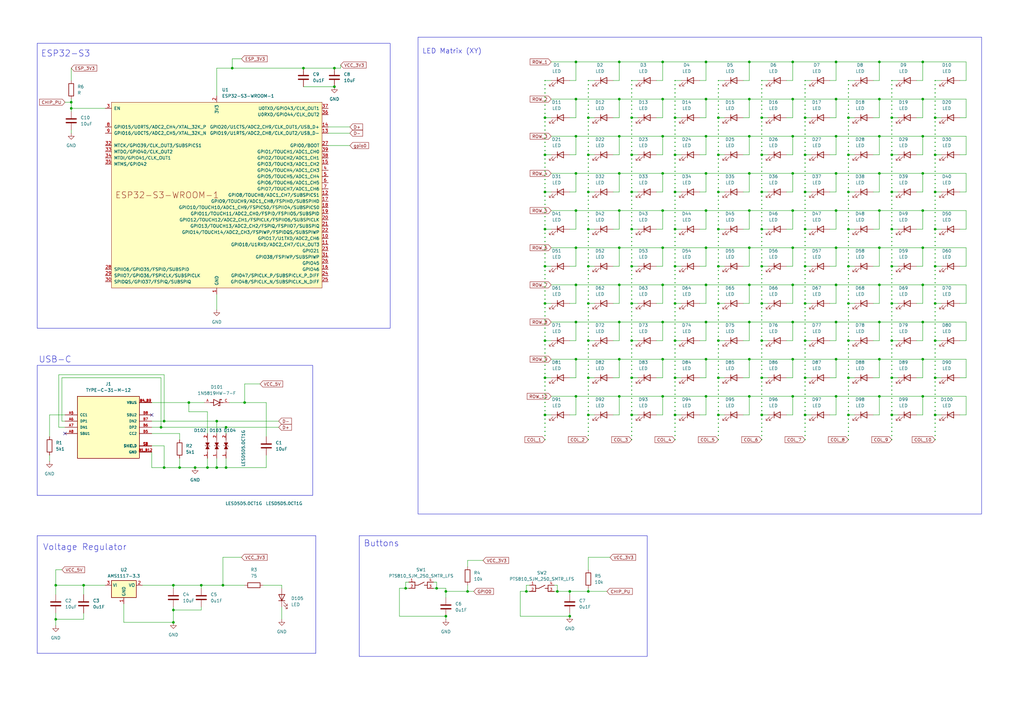
<source format=kicad_sch>
(kicad_sch (version 20250114) (generator "eeschema") (generator_version "9.0")
  (paper "A3")
  (rectangle (start 171.45 15.24) (end 402.59 210.82))
  (rectangle (start 147.32 219.71) (end 265.43 269.24))
  (rectangle (start 15.24 219.71) (end 129.54 267.97))
  (rectangle (start 15.24 149.86) (end 128.27 203.2))
  (rectangle (start 15.24 17.78) (end 160.02 134.62))
  (text "LED Matrix (XY)" (at 185.42 21.082 0) (effects (font (size 2.032 2.032))))
  (text "Voltage Regulator\n" (at 34.798 224.536 0) (effects (font (size 2.54 2.54))))
  (text "ESP32-S3" (at 26.924 22.098 0) (effects (font (size 2.54 2.54))))
  (text "Buttons\n" (at 156.464 223.012 0) (effects (font (size 2.54 2.54))))
  (text "USB-C\n" (at 22.606 147.574 0) (effects (font (size 2.54 2.54))))
  (junction (at 271.78 55.88))
  (junction (at 378.46 116.84))
  (junction (at 254 147.32))
  (junction (at 241.3 109.22))
  (junction (at 259.08 93.98))
  (junction (at 271.78 71.12))
  (junction (at 330.2 139.7))
  (junction (at 259.08 63.5))
  (junction (at 241.3 93.98))
  (junction (at 271.78 147.32))
  (junction (at 95.25 27.94))
  (junction (at 365.76 170.18))
  (junction (at 378.46 25.4))
  (junction (at 307.34 162.56))
  (junction (at 342.9 162.56))
  (junction (at 342.9 132.08))
  (junction (at 71.12 255.27))
  (junction (at 312.42 78.74))
  (junction (at 236.22 147.32))
  (junction (at 137.16 35.56))
  (junction (at 223.52 139.7))
  (junction (at 85.09 191.77))
  (junction (at 271.78 40.64))
  (junction (at 223.52 48.26))
  (junction (at 254 71.12))
  (junction (at 307.34 86.36))
  (junction (at 289.56 40.64))
  (junction (at 312.42 170.18))
  (junction (at 29.21 44.45))
  (junction (at 289.56 25.4))
  (junction (at 124.46 27.94))
  (junction (at 330.2 48.26))
  (junction (at 289.56 101.6))
  (junction (at 77.47 165.1))
  (junction (at 342.9 40.64))
  (junction (at 88.9 172.72))
  (junction (at 365.76 154.94))
  (junction (at 312.42 139.7))
  (junction (at 223.52 154.94))
  (junction (at 325.12 86.36))
  (junction (at 365.76 124.46))
  (junction (at 307.34 40.64))
  (junction (at 365.76 63.5))
  (junction (at 307.34 55.88))
  (junction (at 271.78 132.08))
  (junction (at 179.07 241.3))
  (junction (at 325.12 71.12))
  (junction (at 330.2 78.74))
  (junction (at 22.86 240.03))
  (junction (at 378.46 147.32))
  (junction (at 347.98 93.98))
  (junction (at 325.12 101.6))
  (junction (at 271.78 162.56))
  (junction (at 383.54 63.5))
  (junction (at 347.98 63.5))
  (junction (at 294.64 124.46))
  (junction (at 312.42 63.5))
  (junction (at 342.9 71.12))
  (junction (at 241.3 154.94))
  (junction (at 294.64 109.22))
  (junction (at 330.2 93.98))
  (junction (at 325.12 147.32))
  (junction (at 241.3 78.74))
  (junction (at 276.86 154.94))
  (junction (at 182.88 242.57))
  (junction (at 325.12 162.56))
  (junction (at 241.3 242.57))
  (junction (at 276.86 48.26))
  (junction (at 276.86 63.5))
  (junction (at 330.2 124.46))
  (junction (at 236.22 40.64))
  (junction (at 34.29 240.03))
  (junction (at 233.68 242.57))
  (junction (at 365.76 93.98))
  (junction (at 276.86 170.18))
  (junction (at 312.42 154.94))
  (junction (at 378.46 55.88))
  (junction (at 276.86 124.46))
  (junction (at 22.86 254))
  (junction (at 325.12 116.84))
  (junction (at 289.56 55.88))
  (junction (at 276.86 93.98))
  (junction (at 294.64 48.26))
  (junction (at 360.68 147.32))
  (junction (at 223.52 124.46))
  (junction (at 241.3 63.5))
  (junction (at 223.52 63.5))
  (junction (at 307.34 101.6))
  (junction (at 236.22 162.56))
  (junction (at 307.34 116.84))
  (junction (at 307.34 132.08))
  (junction (at 91.44 240.03))
  (junction (at 259.08 154.94))
  (junction (at 360.68 40.64))
  (junction (at 325.12 132.08))
  (junction (at 82.55 240.03))
  (junction (at 360.68 55.88))
  (junction (at 271.78 25.4))
  (junction (at 378.46 71.12))
  (junction (at 67.31 191.77))
  (junction (at 67.31 172.72))
  (junction (at 259.08 48.26))
  (junction (at 342.9 55.88))
  (junction (at 360.68 162.56))
  (junction (at 360.68 116.84))
  (junction (at 223.52 109.22))
  (junction (at 254 116.84))
  (junction (at 71.12 250.19))
  (junction (at 289.56 86.36))
  (junction (at 365.76 48.26))
  (junction (at 191.77 242.57))
  (junction (at 312.42 124.46))
  (junction (at 360.68 86.36))
  (junction (at 228.6 242.57))
  (junction (at 71.12 240.03))
  (junction (at 88.9 191.77))
  (junction (at 365.76 78.74))
  (junction (at 360.68 132.08))
  (junction (at 347.98 124.46))
  (junction (at 347.98 109.22))
  (junction (at 307.34 25.4))
  (junction (at 330.2 109.22))
  (junction (at 360.68 101.6))
  (junction (at 378.46 40.64))
  (junction (at 271.78 86.36))
  (junction (at 289.56 162.56))
  (junction (at 259.08 109.22))
  (junction (at 223.52 170.18))
  (junction (at 236.22 86.36))
  (junction (at 271.78 101.6))
  (junction (at 29.21 41.91))
  (junction (at 254 86.36))
  (junction (at 254 101.6))
  (junction (at 294.64 139.7))
  (junction (at 223.52 93.98))
  (junction (at 325.12 25.4))
  (junction (at 378.46 132.08))
  (junction (at 233.68 252.73))
  (junction (at 325.12 40.64))
  (junction (at 100.33 165.1))
  (junction (at 236.22 116.84))
  (junction (at 342.9 25.4))
  (junction (at 137.16 27.94))
  (junction (at 241.3 139.7))
  (junction (at 312.42 109.22))
  (junction (at 254 162.56))
  (junction (at 360.68 25.4))
  (junction (at 360.68 71.12))
  (junction (at 236.22 132.08))
  (junction (at 383.54 170.18))
  (junction (at 347.98 139.7))
  (junction (at 254 25.4))
  (junction (at 259.08 170.18))
  (junction (at 236.22 25.4))
  (junction (at 92.71 175.26))
  (junction (at 254 40.64))
  (junction (at 307.34 71.12))
  (junction (at 276.86 139.7))
  (junction (at 241.3 170.18))
  (junction (at 289.56 71.12))
  (junction (at 383.54 78.74))
  (junction (at 342.9 147.32))
  (junction (at 365.76 109.22))
  (junction (at 276.86 109.22))
  (junction (at 312.42 48.26))
  (junction (at 342.9 116.84))
  (junction (at 365.76 139.7))
  (junction (at 294.64 63.5))
  (junction (at 289.56 147.32))
  (junction (at 92.71 191.77))
  (junction (at 294.64 154.94))
  (junction (at 254 132.08))
  (junction (at 236.22 101.6))
  (junction (at 236.22 71.12))
  (junction (at 347.98 154.94))
  (junction (at 236.22 55.88))
  (junction (at 330.2 154.94))
  (junction (at 166.37 241.3))
  (junction (at 378.46 101.6))
  (junction (at 66.04 175.26))
  (junction (at 294.64 93.98))
  (junction (at 330.2 63.5))
  (junction (at 383.54 124.46))
  (junction (at 259.08 124.46))
  (junction (at 342.9 101.6))
  (junction (at 383.54 139.7))
  (junction (at 182.88 252.73))
  (junction (at 325.12 55.88))
  (junction (at 347.98 78.74))
  (junction (at 383.54 154.94))
  (junction (at 215.9 242.57))
  (junction (at 259.08 139.7))
  (junction (at 347.98 170.18))
  (junction (at 378.46 86.36))
  (junction (at 383.54 93.98))
  (junction (at 378.46 162.56))
  (junction (at 254 55.88))
  (junction (at 289.56 116.84))
  (junction (at 312.42 93.98))
  (junction (at 383.54 48.26))
  (junction (at 241.3 48.26))
  (junction (at 347.98 48.26))
  (junction (at 330.2 170.18))
  (junction (at 294.64 78.74))
  (junction (at 276.86 78.74))
  (junction (at 223.52 78.74))
  (junction (at 383.54 109.22))
  (junction (at 241.3 124.46))
  (junction (at 80.01 191.77))
  (junction (at 73.66 191.77))
  (junction (at 307.34 147.32))
  (junction (at 289.56 132.08))
  (junction (at 271.78 116.84))
  (junction (at 342.9 86.36))
  (junction (at 294.64 170.18))
  (junction (at 259.08 78.74))
  (no_connect (at 62.23 170.18))
  (no_connect (at 26.67 177.8))
  (wire (pts (xy 307.34 162.56) (xy 289.56 162.56)))
  (wire (pts (xy 393.7 124.46) (xy 396.24 124.46)))
  (wire (pts (xy 62.23 191.77) (xy 67.31 191.77)))
  (wire (pts (xy 332.74 93.98) (xy 330.2 93.98)))
  (wire (pts (xy 360.68 71.12) (xy 342.9 71.12)))
  (wire (pts (xy 134.62 59.69) (xy 143.51 59.69)))
  (wire (pts (xy 289.56 116.84) (xy 271.78 116.84)))
  (wire (pts (xy 236.22 25.4) (xy 226.06 25.4)))
  (wire (pts (xy 269.24 48.26) (xy 271.78 48.26)))
  (wire (pts (xy 289.56 154.94) (xy 289.56 147.32)))
  (wire (pts (xy 287.02 78.74) (xy 289.56 78.74)))
  (wire (pts (xy 375.92 48.26) (xy 378.46 48.26)))
  (wire (pts (xy 360.68 48.26) (xy 360.68 40.64)))
  (wire (pts (xy 233.68 63.5) (xy 236.22 63.5)))
  (wire (pts (xy 312.42 33.02) (xy 312.42 48.26)) (stroke (width 0.4) (type dot)))
  (wire (pts (xy 330.2 93.98) (xy 330.2 109.22)) (stroke (width 0.4) (type dot)))
  (wire (pts (xy 375.92 109.22) (xy 378.46 109.22)))
  (wire (pts (xy 386.08 170.18) (xy 383.54 170.18)))
  (wire (pts (xy 297.18 154.94) (xy 294.64 154.94)))
  (wire (pts (xy 259.08 109.22) (xy 259.08 124.46)) (stroke (width 0.4) (type dot)))
  (wire (pts (xy 182.88 252.73) (xy 182.88 254)))
  (wire (pts (xy 29.21 44.45) (xy 29.21 45.72)))
  (wire (pts (xy 312.42 124.46) (xy 312.42 139.7)) (stroke (width 0.4) (type dot)))
  (wire (pts (xy 297.18 139.7) (xy 294.64 139.7)))
  (wire (pts (xy 99.06 228.6) (xy 91.44 228.6)))
  (wire (pts (xy 396.24 25.4) (xy 378.46 25.4)))
  (wire (pts (xy 29.21 44.45) (xy 43.18 44.45)))
  (wire (pts (xy 358.14 154.94) (xy 360.68 154.94)))
  (wire (pts (xy 297.18 109.22) (xy 294.64 109.22)))
  (wire (pts (xy 26.67 170.18) (xy 20.32 170.18)))
  (wire (pts (xy 254 86.36) (xy 236.22 86.36)))
  (wire (pts (xy 325.12 170.18) (xy 325.12 162.56)))
  (wire (pts (xy 342.9 109.22) (xy 342.9 101.6)))
  (wire (pts (xy 342.9 40.64) (xy 325.12 40.64)))
  (wire (pts (xy 271.78 132.08) (xy 254 132.08)))
  (wire (pts (xy 386.08 63.5) (xy 383.54 63.5)))
  (wire (pts (xy 342.9 139.7) (xy 342.9 132.08)))
  (wire (pts (xy 241.3 154.94) (xy 241.3 170.18)) (stroke (width 0.4) (type dot)))
  (wire (pts (xy 368.3 170.18) (xy 365.76 170.18)))
  (wire (pts (xy 191.77 242.57) (xy 194.31 242.57)))
  (wire (pts (xy 287.02 63.5) (xy 289.56 63.5)))
  (wire (pts (xy 360.68 139.7) (xy 360.68 132.08)))
  (wire (pts (xy 254 71.12) (xy 236.22 71.12)))
  (wire (pts (xy 236.22 162.56) (xy 226.06 162.56)))
  (wire (pts (xy 236.22 71.12) (xy 226.06 71.12)))
  (wire (pts (xy 289.56 78.74) (xy 289.56 71.12)))
  (wire (pts (xy 350.52 124.46) (xy 347.98 124.46)))
  (wire (pts (xy 29.21 53.34) (xy 29.21 54.61)))
  (wire (pts (xy 314.96 170.18) (xy 312.42 170.18)))
  (wire (pts (xy 228.6 240.03) (xy 228.6 242.57)))
  (wire (pts (xy 233.68 139.7) (xy 236.22 139.7)))
  (wire (pts (xy 236.22 109.22) (xy 236.22 101.6)))
  (wire (pts (xy 289.56 63.5) (xy 289.56 55.88)))
  (wire (pts (xy 88.9 191.77) (xy 92.71 191.77)))
  (wire (pts (xy 241.3 48.26) (xy 241.3 63.5)) (stroke (width 0.4) (type dot)))
  (wire (pts (xy 304.8 124.46) (xy 307.34 124.46)))
  (wire (pts (xy 287.02 170.18) (xy 289.56 170.18)))
  (wire (pts (xy 314.96 63.5) (xy 312.42 63.5)))
  (wire (pts (xy 322.58 33.02) (xy 325.12 33.02)))
  (wire (pts (xy 241.3 228.6) (xy 241.3 233.68)))
  (wire (pts (xy 386.08 139.7) (xy 383.54 139.7)))
  (wire (pts (xy 378.46 124.46) (xy 378.46 116.84)))
  (wire (pts (xy 332.74 170.18) (xy 330.2 170.18)))
  (wire (pts (xy 124.46 27.94) (xy 95.25 27.94)))
  (wire (pts (xy 396.24 78.74) (xy 396.24 71.12)))
  (wire (pts (xy 330.2 63.5) (xy 330.2 78.74)) (stroke (width 0.4) (type dot)))
  (wire (pts (xy 294.64 78.74) (xy 294.64 93.98)) (stroke (width 0.4) (type dot)))
  (wire (pts (xy 269.24 124.46) (xy 271.78 124.46)))
  (wire (pts (xy 215.9 242.57) (xy 213.36 242.57)))
  (wire (pts (xy 342.9 124.46) (xy 342.9 116.84)))
  (wire (pts (xy 88.9 187.96) (xy 88.9 191.77)))
  (wire (pts (xy 167.64 241.3) (xy 166.37 241.3)))
  (wire (pts (xy 396.24 147.32) (xy 378.46 147.32)))
  (wire (pts (xy 347.98 93.98) (xy 347.98 109.22)) (stroke (width 0.4) (type dot)))
  (wire (pts (xy 22.86 254) (xy 22.86 256.54)))
  (wire (pts (xy 307.34 170.18) (xy 307.34 162.56)))
  (wire (pts (xy 307.34 116.84) (xy 289.56 116.84)))
  (wire (pts (xy 271.78 170.18) (xy 271.78 162.56)))
  (wire (pts (xy 241.3 93.98) (xy 241.3 109.22)) (stroke (width 0.4) (type dot)))
  (wire (pts (xy 62.23 177.8) (xy 73.66 177.8)))
  (wire (pts (xy 22.86 251.46) (xy 22.86 254)))
  (wire (pts (xy 287.02 154.94) (xy 289.56 154.94)))
  (wire (pts (xy 236.22 55.88) (xy 226.06 55.88)))
  (wire (pts (xy 342.9 101.6) (xy 325.12 101.6)))
  (wire (pts (xy 261.62 154.94) (xy 259.08 154.94)))
  (wire (pts (xy 378.46 109.22) (xy 378.46 101.6)))
  (wire (pts (xy 251.46 170.18) (xy 254 170.18)))
  (wire (pts (xy 325.12 139.7) (xy 325.12 132.08)))
  (wire (pts (xy 396.24 154.94) (xy 396.24 147.32)))
  (wire (pts (xy 233.68 154.94) (xy 236.22 154.94)))
  (wire (pts (xy 179.07 238.76) (xy 179.07 241.3)))
  (wire (pts (xy 276.86 109.22) (xy 276.86 124.46)) (stroke (width 0.4) (type dot)))
  (wire (pts (xy 233.68 78.74) (xy 236.22 78.74)))
  (wire (pts (xy 368.3 78.74) (xy 365.76 78.74)))
  (wire (pts (xy 259.08 48.26) (xy 259.08 63.5)) (stroke (width 0.4) (type dot)))
  (wire (pts (xy 163.83 241.3) (xy 163.83 252.73)))
  (wire (pts (xy 254 48.26) (xy 254 40.64)))
  (wire (pts (xy 62.23 185.42) (xy 62.23 191.77)))
  (wire (pts (xy 92.71 175.26) (xy 92.71 177.8)))
  (wire (pts (xy 396.24 116.84) (xy 378.46 116.84)))
  (wire (pts (xy 307.34 109.22) (xy 307.34 101.6)))
  (wire (pts (xy 236.22 101.6) (xy 226.06 101.6)))
  (wire (pts (xy 95.25 27.94) (xy 88.9 27.94)))
  (wire (pts (xy 332.74 63.5) (xy 330.2 63.5)))
  (wire (pts (xy 350.52 109.22) (xy 347.98 109.22)))
  (wire (pts (xy 325.12 55.88) (xy 307.34 55.88)))
  (wire (pts (xy 350.52 48.26) (xy 347.98 48.26)))
  (wire (pts (xy 241.3 241.3) (xy 241.3 242.57)))
  (wire (pts (xy 378.46 40.64) (xy 360.68 40.64)))
  (wire (pts (xy 226.06 124.46) (xy 223.52 124.46)))
  (wire (pts (xy 88.9 27.94) (xy 88.9 39.37)))
  (wire (pts (xy 167.64 238.76) (xy 166.37 238.76)))
  (wire (pts (xy 330.2 109.22) (xy 330.2 124.46)) (stroke (width 0.4) (type dot)))
  (wire (pts (xy 360.68 78.74) (xy 360.68 71.12)))
  (wire (pts (xy 325.12 162.56) (xy 307.34 162.56)))
  (wire (pts (xy 243.84 78.74) (xy 241.3 78.74)))
  (wire (pts (xy 365.76 139.7) (xy 365.76 154.94)) (stroke (width 0.4) (type dot)))
  (wire (pts (xy 271.78 101.6) (xy 254 101.6)))
  (wire (pts (xy 360.68 162.56) (xy 342.9 162.56)))
  (wire (pts (xy 254 78.74) (xy 254 71.12)))
  (wire (pts (xy 85.09 187.96) (xy 85.09 191.77)))
  (wire (pts (xy 66.04 175.26) (xy 92.71 175.26)))
  (wire (pts (xy 26.67 172.72) (xy 25.4 172.72)))
  (wire (pts (xy 340.36 93.98) (xy 342.9 93.98)))
  (wire (pts (xy 109.22 186.69) (xy 109.22 191.77)))
  (wire (pts (xy 71.12 240.03) (xy 82.55 240.03)))
  (wire (pts (xy 307.34 25.4) (xy 289.56 25.4)))
  (wire (pts (xy 342.9 170.18) (xy 342.9 162.56)))
  (wire (pts (xy 124.46 27.94) (xy 137.16 27.94)))
  (wire (pts (xy 233.68 124.46) (xy 236.22 124.46)))
  (wire (pts (xy 29.21 40.64) (xy 29.21 41.91)))
  (wire (pts (xy 325.12 109.22) (xy 325.12 101.6)))
  (wire (pts (xy 332.74 33.02) (xy 330.2 33.02)))
  (wire (pts (xy 304.8 154.94) (xy 307.34 154.94)))
  (wire (pts (xy 383.54 93.98) (xy 383.54 109.22)) (stroke (width 0.4) (type dot)))
  (wire (pts (xy 243.84 139.7) (xy 241.3 139.7)))
  (wire (pts (xy 289.56 101.6) (xy 271.78 101.6)))
  (wire (pts (xy 67.31 191.77) (xy 73.66 191.77)))
  (wire (pts (xy 393.7 154.94) (xy 396.24 154.94)))
  (wire (pts (xy 213.36 242.57) (xy 213.36 252.73)))
  (wire (pts (xy 330.2 48.26) (xy 330.2 63.5)) (stroke (width 0.4) (type dot)))
  (wire (pts (xy 360.68 101.6) (xy 342.9 101.6)))
  (wire (pts (xy 261.62 170.18) (xy 259.08 170.18)))
  (wire (pts (xy 289.56 139.7) (xy 289.56 132.08)))
  (wire (pts (xy 223.52 124.46) (xy 223.52 139.7)) (stroke (width 0.4) (type dot)))
  (wire (pts (xy 378.46 101.6) (xy 360.68 101.6)))
  (wire (pts (xy 365.76 93.98) (xy 365.76 109.22)) (stroke (width 0.4) (type dot)))
  (wire (pts (xy 383.54 139.7) (xy 383.54 154.94)) (stroke (width 0.4) (type dot)))
  (wire (pts (xy 396.24 162.56) (xy 378.46 162.56)))
  (wire (pts (xy 365.76 154.94) (xy 365.76 170.18)) (stroke (width 0.4) (type dot)))
  (wire (pts (xy 223.52 33.02) (xy 223.52 48.26)) (stroke (width 0.4) (type dot)))
  (wire (pts (xy 342.9 132.08) (xy 325.12 132.08)))
  (wire (pts (xy 269.24 78.74) (xy 271.78 78.74)))
  (wire (pts (xy 85.09 191.77) (xy 88.9 191.77)))
  (wire (pts (xy 307.34 139.7) (xy 307.34 132.08)))
  (wire (pts (xy 71.12 250.19) (xy 71.12 255.27)))
  (wire (pts (xy 223.52 109.22) (xy 223.52 124.46)) (stroke (width 0.4) (type dot)))
  (wire (pts (xy 271.78 63.5) (xy 271.78 55.88)))
  (wire (pts (xy 227.33 240.03) (xy 228.6 240.03)))
  (wire (pts (xy 307.34 33.02) (xy 307.34 25.4)))
  (wire (pts (xy 360.68 25.4) (xy 342.9 25.4)))
  (wire (pts (xy 276.86 93.98) (xy 276.86 109.22)) (stroke (width 0.4) (type dot)))
  (wire (pts (xy 378.46 154.94) (xy 378.46 147.32)))
  (wire (pts (xy 269.24 170.18) (xy 271.78 170.18)))
  (wire (pts (xy 307.34 78.74) (xy 307.34 71.12)))
  (wire (pts (xy 365.76 33.02) (xy 365.76 48.26)) (stroke (width 0.4) (type dot)))
  (wire (pts (xy 297.18 33.02) (xy 294.64 33.02)))
  (wire (pts (xy 350.52 170.18) (xy 347.98 170.18)))
  (wire (pts (xy 236.22 170.18) (xy 236.22 162.56)))
  (wire (pts (xy 271.78 147.32) (xy 254 147.32)))
  (wire (pts (xy 259.08 139.7) (xy 259.08 154.94)) (stroke (width 0.4) (type dot)))
  (wire (pts (xy 378.46 63.5) (xy 378.46 55.88)))
  (wire (pts (xy 297.18 63.5) (xy 294.64 63.5)))
  (wire (pts (xy 330.2 33.02) (xy 330.2 48.26)) (stroke (width 0.4) (type dot)))
  (wire (pts (xy 330.2 139.7) (xy 330.2 154.94)) (stroke (width 0.4) (type dot)))
  (wire (pts (xy 261.62 33.02) (xy 259.08 33.02)))
  (wire (pts (xy 241.3 63.5) (xy 241.3 78.74)) (stroke (width 0.4) (type dot)))
  (wire (pts (xy 289.56 124.46) (xy 289.56 116.84)))
  (wire (pts (xy 71.12 248.92) (xy 71.12 250.19)))
  (wire (pts (xy 34.29 251.46) (xy 34.29 254)))
  (wire (pts (xy 360.68 86.36) (xy 342.9 86.36)))
  (wire (pts (xy 243.84 93.98) (xy 241.3 93.98)))
  (wire (pts (xy 322.58 154.94) (xy 325.12 154.94)))
  (wire (pts (xy 254 25.4) (xy 236.22 25.4)))
  (wire (pts (xy 307.34 154.94) (xy 307.34 147.32)))
  (wire (pts (xy 215.9 240.03) (xy 215.9 242.57)))
  (wire (pts (xy 322.58 78.74) (xy 325.12 78.74)))
  (wire (pts (xy 307.34 55.88) (xy 289.56 55.88)))
  (wire (pts (xy 386.08 109.22) (xy 383.54 109.22)))
  (wire (pts (xy 304.8 78.74) (xy 307.34 78.74)))
  (wire (pts (xy 312.42 154.94) (xy 312.42 170.18)) (stroke (width 0.4) (type dot)))
  (wire (pts (xy 375.92 124.46) (xy 378.46 124.46)))
  (wire (pts (xy 325.12 147.32) (xy 307.34 147.32)))
  (wire (pts (xy 29.21 27.94) (xy 29.21 33.02)))
  (wire (pts (xy 314.96 109.22) (xy 312.42 109.22)))
  (wire (pts (xy 182.88 242.57) (xy 191.77 242.57)))
  (wire (pts (xy 226.06 139.7) (xy 223.52 139.7)))
  (wire (pts (xy 271.78 109.22) (xy 271.78 101.6)))
  (wire (pts (xy 22.86 240.03) (xy 22.86 243.84)))
  (wire (pts (xy 347.98 124.46) (xy 347.98 139.7)) (stroke (width 0.4) (type dot)))
  (wire (pts (xy 77.47 168.91) (xy 85.09 168.91)))
  (wire (pts (xy 269.24 154.94) (xy 271.78 154.94)))
  (wire (pts (xy 243.84 48.26) (xy 241.3 48.26)))
  (wire (pts (xy 383.54 48.26) (xy 383.54 63.5)) (stroke (width 0.4) (type dot)))
  (wire (pts (xy 271.78 25.4) (xy 254 25.4)))
  (wire (pts (xy 241.3 170.18) (xy 241.3 180.34)) (stroke (width 0.4) (type dot)))
  (wire (pts (xy 314.96 33.02) (xy 312.42 33.02)))
  (wire (pts (xy 271.78 93.98) (xy 271.78 86.36)))
  (wire (pts (xy 325.12 25.4) (xy 307.34 25.4)))
  (wire (pts (xy 350.52 139.7) (xy 347.98 139.7)))
  (wire (pts (xy 182.88 242.57) (xy 182.88 245.11)))
  (wire (pts (xy 34.29 240.03) (xy 43.18 240.03)))
  (wire (pts (xy 289.56 55.88) (xy 271.78 55.88)))
  (wire (pts (xy 80.01 191.77) (xy 85.09 191.77)))
  (wire (pts (xy 322.58 124.46) (xy 325.12 124.46)))
  (wire (pts (xy 312.42 109.22) (xy 312.42 124.46)) (stroke (width 0.4) (type dot)))
  (wire (pts (xy 236.22 93.98) (xy 236.22 86.36)))
  (wire (pts (xy 236.22 116.84) (xy 226.06 116.84)))
  (wire (pts (xy 340.36 154.94) (xy 342.9 154.94)))
  (wire (pts (xy 294.64 48.26) (xy 294.64 63.5)) (stroke (width 0.4) (type dot)))
  (wire (pts (xy 307.34 147.32) (xy 289.56 147.32)))
  (wire (pts (xy 109.22 165.1) (xy 109.22 179.07)))
  (wire (pts (xy 233.68 93.98) (xy 236.22 93.98)))
  (wire (pts (xy 332.74 124.46) (xy 330.2 124.46)))
  (wire (pts (xy 251.46 48.26) (xy 254 48.26)))
  (wire (pts (xy 139.7 26.67) (xy 139.7 27.94)))
  (wire (pts (xy 287.02 93.98) (xy 289.56 93.98)))
  (wire (pts (xy 365.76 170.18) (xy 365.76 180.34)) (stroke (width 0.4) (type dot)))
  (wire (pts (xy 269.24 109.22) (xy 271.78 109.22)))
  (wire (pts (xy 107.95 240.03) (xy 115.57 240.03)))
  (wire (pts (xy 243.84 33.02) (xy 241.3 33.02)))
  (wire (pts (xy 241.3 124.46) (xy 241.3 139.7)) (stroke (width 0.4) (type dot)))
  (wire (pts (xy 67.31 153.67) (xy 67.31 172.72)))
  (wire (pts (xy 289.56 93.98) (xy 289.56 86.36)))
  (wire (pts (xy 198.12 229.87) (xy 191.77 229.87)))
  (wire (pts (xy 259.08 93.98) (xy 259.08 109.22)) (stroke (width 0.4) (type dot)))
  (wire (pts (xy 325.12 33.02) (xy 325.12 25.4)))
  (wire (pts (xy 289.56 132.08) (xy 271.78 132.08)))
  (wire (pts (xy 396.24 71.12) (xy 378.46 71.12)))
  (wire (pts (xy 368.3 109.22) (xy 365.76 109.22)))
  (wire (pts (xy 250.19 228.6) (xy 241.3 228.6)))
  (wire (pts (xy 396.24 132.08) (xy 378.46 132.08)))
  (wire (pts (xy 254 101.6) (xy 236.22 101.6)))
  (wire (pts (xy 383.54 124.46) (xy 383.54 139.7)) (stroke (width 0.4) (type dot)))
  (wire (pts (xy 269.24 93.98) (xy 271.78 93.98)))
  (wire (pts (xy 393.7 109.22) (xy 396.24 109.22)))
  (wire (pts (xy 236.22 33.02) (xy 236.22 25.4)))
  (wire (pts (xy 294.64 33.02) (xy 294.64 48.26)) (stroke (width 0.4) (type dot)))
  (wire (pts (xy 279.4 124.46) (xy 276.86 124.46)))
  (wire (pts (xy 294.64 124.46) (xy 294.64 139.7)) (stroke (width 0.4) (type dot)))
  (wire (pts (xy 217.17 242.57) (xy 215.9 242.57)))
  (wire (pts (xy 386.08 48.26) (xy 383.54 48.26)))
  (wire (pts (xy 271.78 78.74) (xy 271.78 71.12)))
  (wire (pts (xy 325.12 154.94) (xy 325.12 147.32)))
  (wire (pts (xy 261.62 124.46) (xy 259.08 124.46)))
  (wire (pts (xy 227.33 242.57) (xy 228.6 242.57)))
  (wire (pts (xy 358.14 139.7) (xy 360.68 139.7)))
  (wire (pts (xy 271.78 162.56) (xy 254 162.56)))
  (wire (pts (xy 386.08 154.94) (xy 383.54 154.94)))
  (wire (pts (xy 241.3 78.74) (xy 241.3 93.98)) (stroke (width 0.4) (type dot)))
  (wire (pts (xy 375.92 63.5) (xy 378.46 63.5)))
  (wire (pts (xy 254 40.64) (xy 236.22 40.64)))
  (wire (pts (xy 287.02 139.7) (xy 289.56 139.7)))
  (wire (pts (xy 378.46 147.32) (xy 360.68 147.32)))
  (wire (pts (xy 276.86 48.26) (xy 276.86 63.5)) (stroke (width 0.4) (type dot)))
  (wire (pts (xy 236.22 139.7) (xy 236.22 132.08)))
  (wire (pts (xy 340.36 139.7) (xy 342.9 139.7)))
  (wire (pts (xy 276.86 154.94) (xy 276.86 170.18)) (stroke (width 0.4) (type dot)))
  (wire (pts (xy 259.08 124.46) (xy 259.08 139.7)) (stroke (width 0.4) (type dot)))
  (wire (pts (xy 365.76 124.46) (xy 365.76 139.7)) (stroke (width 0.4) (type dot)))
  (wire (pts (xy 254 116.84) (xy 236.22 116.84)))
  (wire (pts (xy 350.52 154.94) (xy 347.98 154.94)))
  (wire (pts (xy 228.6 242.57) (xy 233.68 242.57)))
  (wire (pts (xy 325.12 48.26) (xy 325.12 40.64)))
  (wire (pts (xy 393.7 48.26) (xy 396.24 48.26)))
  (wire (pts (xy 289.56 147.32) (xy 271.78 147.32)))
  (wire (pts (xy 386.08 78.74) (xy 383.54 78.74)))
  (wire (pts (xy 383.54 154.94) (xy 383.54 170.18)) (stroke (width 0.4) (type dot)))
  (wire (pts (xy 236.22 78.74) (xy 236.22 71.12)))
  (wire (pts (xy 358.14 78.74) (xy 360.68 78.74)))
  (wire (pts (xy 342.9 33.02) (xy 342.9 25.4)))
  (wire (pts (xy 271.78 154.94) (xy 271.78 147.32)))
  (wire (pts (xy 358.14 109.22) (xy 360.68 109.22)))
  (wire (pts (xy 271.78 48.26) (xy 271.78 40.64)))
  (wire (pts (xy 251.46 154.94) (xy 254 154.94)))
  (wire (pts (xy 347.98 154.94) (xy 347.98 170.18)) (stroke (width 0.4) (type dot)))
  (wire (pts (xy 289.56 40.64) (xy 271.78 40.64)))
  (wire (pts (xy 347.98 170.18) (xy 347.98 180.34)) (stroke (width 0.4) (type dot)))
  (wire (pts (xy 350.52 93.98) (xy 347.98 93.98)))
  (wire (pts (xy 297.18 170.18) (xy 294.64 170.18)))
  (wire (pts (xy 73.66 187.96) (xy 73.66 191.77)))
  (wire (pts (xy 259.08 78.74) (xy 259.08 93.98)) (stroke (width 0.4) (type dot)))
  (wire (pts (xy 271.78 86.36) (xy 254 86.36)))
  (wire (pts (xy 297.18 93.98) (xy 294.64 93.98)))
  (wire (pts (xy 368.3 48.26) (xy 365.76 48.26)))
  (wire (pts (xy 365.76 78.74) (xy 365.76 93.98)) (stroke (width 0.4) (type dot)))
  (wire (pts (xy 233.68 33.02) (xy 236.22 33.02)))
  (wire (pts (xy 360.68 147.32) (xy 342.9 147.32)))
  (wire (pts (xy 29.21 41.91) (xy 29.21 44.45)))
  (wire (pts (xy 223.52 63.5) (xy 223.52 78.74)) (stroke (width 0.4) (type dot)))
  (wire (pts (xy 233.68 242.57) (xy 233.68 243.84)))
  (wire (pts (xy 307.34 48.26) (xy 307.34 40.64)))
  (wire (pts (xy 22.86 233.68) (xy 22.86 240.03)))
  (wire (pts (xy 330.2 154.94) (xy 330.2 170.18)) (stroke (width 0.4) (type dot)))
  (wire (pts (xy 179.07 241.3) (xy 182.88 241.3)))
  (wire (pts (xy 261.62 78.74) (xy 259.08 78.74)))
  (wire (pts (xy 325.12 86.36) (xy 307.34 86.36)))
  (wire (pts (xy 350.52 78.74) (xy 347.98 78.74)))
  (wire (pts (xy 91.44 228.6) (xy 91.44 240.03)))
  (wire (pts (xy 322.58 139.7) (xy 325.12 139.7)))
  (wire (pts (xy 50.8 247.65) (xy 50.8 255.27)))
  (wire (pts (xy 307.34 93.98) (xy 307.34 86.36)))
  (wire (pts (xy 307.34 132.08) (xy 289.56 132.08)))
  (wire (pts (xy 276.86 139.7) (xy 276.86 154.94)) (stroke (width 0.4) (type dot)))
  (wire (pts (xy 26.67 41.91) (xy 29.21 41.91)))
  (wire (pts (xy 254 147.32) (xy 236.22 147.32)))
  (wire (pts (xy 360.68 33.02) (xy 360.68 25.4)))
  (wire (pts (xy 259.08 63.5) (xy 259.08 78.74)) (stroke (width 0.4) (type dot)))
  (wire (pts (xy 307.34 40.64) (xy 289.56 40.64)))
  (wire (pts (xy 396.24 40.64) (xy 378.46 40.64)))
  (wire (pts (xy 259.08 154.94) (xy 259.08 170.18)) (stroke (width 0.4) (type dot)))
  (wire (pts (xy 368.3 33.02) (xy 365.76 33.02)))
  (wire (pts (xy 375.92 154.94) (xy 378.46 154.94)))
  (wire (pts (xy 269.24 33.02) (xy 271.78 33.02)))
  (wire (pts (xy 241.3 242.57) (xy 248.92 242.57)))
  (wire (pts (xy 294.64 93.98) (xy 294.64 109.22)) (stroke (width 0.4) (type dot)))
  (wire (pts (xy 368.3 124.46) (xy 365.76 124.46)))
  (wire (pts (xy 393.7 93.98) (xy 396.24 93.98)))
  (wire (pts (xy 342.9 86.36) (xy 325.12 86.36)))
  (wire (pts (xy 289.56 170.18) (xy 289.56 162.56)))
  (wire (pts (xy 396.24 48.26) (xy 396.24 40.64)))
  (wire (pts (xy 378.46 55.88) (xy 360.68 55.88)))
  (wire (pts (xy 375.92 170.18) (xy 378.46 170.18)))
  (wire (pts (xy 347.98 33.02) (xy 347.98 48.26)) (stroke (width 0.4) (type dot)))
  (wire (pts (xy 322.58 170.18) (xy 325.12 170.18)))
  (wire (pts (xy 58.42 240.03) (xy 71.12 240.03)))
  (wire (pts (xy 279.4 78.74) (xy 276.86 78.74)))
  (wire (pts (xy 115.57 240.03) (xy 115.57 241.3)))
  (wire (pts (xy 279.4 109.22) (xy 276.86 109.22)))
  (wire (pts (xy 20.32 170.18) (xy 20.32 179.07)))
  (wire (pts (xy 289.56 71.12) (xy 271.78 71.12)))
  (wire (pts (xy 251.46 63.5) (xy 254 63.5)))
  (wire (pts (xy 340.36 33.02) (xy 342.9 33.02)))
  (wire (pts (xy 226.06 48.26) (xy 223.52 48.26)))
  (wire (pts (xy 289.56 25.4) (xy 271.78 25.4)))
  (wire (pts (xy 34.29 240.03) (xy 34.29 243.84)))
  (wire (pts (xy 340.36 124.46) (xy 342.9 124.46)))
  (wire (pts (xy 241.3 109.22) (xy 241.3 124.46)) (stroke (width 0.4) (type dot)))
  (wire (pts (xy 73.66 177.8) (xy 73.66 180.34)))
  (wire (pts (xy 360.68 93.98) (xy 360.68 86.36)))
  (wire (pts (xy 251.46 33.02) (xy 254 33.02)))
  (wire (pts (xy 243.84 170.18) (xy 241.3 170.18)))
  (wire (pts (xy 271.78 33.02) (xy 271.78 25.4)))
  (wire (pts (xy 325.12 101.6) (xy 307.34 101.6)))
  (wire (pts (xy 314.96 93.98) (xy 312.42 93.98)))
  (wire (pts (xy 325.12 40.64) (xy 307.34 40.64)))
  (wire (pts (xy 360.68 116.84) (xy 342.9 116.84)))
  (wire (pts (xy 134.62 54.61) (xy 143.51 54.61)))
  (wire (pts (xy 396.24 124.46) (xy 396.24 116.84)))
  (wire (pts (xy 360.68 154.94) (xy 360.68 147.32)))
  (wire (pts (xy 254 63.5) (xy 254 55.88)))
  (wire (pts (xy 254 124.46) (xy 254 116.84)))
  (wire (pts (xy 297.18 124.46) (xy 294.64 124.46)))
  (wire (pts (xy 378.46 71.12) (xy 360.68 71.12)))
  (wire (pts (xy 50.8 255.27) (xy 71.12 255.27)))
  (wire (pts (xy 166.37 241.3) (xy 163.83 241.3)))
  (wire (pts (xy 289.56 162.56) (xy 271.78 162.56)))
  (wire (pts (xy 276.86 78.74) (xy 276.86 93.98)) (stroke (width 0.4) (type dot)))
  (wire (pts (xy 254 33.02) (xy 254 25.4)))
  (wire (pts (xy 360.68 109.22) (xy 360.68 101.6)))
  (wire (pts (xy 279.4 33.02) (xy 276.86 33.02)))
  (wire (pts (xy 347.98 109.22) (xy 347.98 124.46)) (stroke (width 0.4) (type dot)))
  (wire (pts (xy 342.9 147.32) (xy 325.12 147.32)))
  (wire (pts (xy 226.06 93.98) (xy 223.52 93.98)))
  (wire (pts (xy 236.22 124.46) (xy 236.22 116.84)))
  (wire (pts (xy 73.66 191.77) (xy 80.01 191.77)))
  (wire (pts (xy 62.23 175.26) (xy 66.04 175.26)))
  (wire (pts (xy 22.86 240.03) (xy 34.29 240.03)))
  (wire (pts (xy 330.2 78.74) (xy 330.2 93.98)) (stroke (width 0.4) (type dot)))
  (wire (pts (xy 342.9 78.74) (xy 342.9 71.12)))
  (wire (pts (xy 254 154.94) (xy 254 147.32)))
  (wire (pts (xy 342.9 63.5) (xy 342.9 55.88)))
  (wire (pts (xy 67.31 182.88) (xy 67.31 191.77)))
  (wire (pts (xy 375.92 33.02) (xy 378.46 33.02)))
  (wire (pts (xy 314.96 78.74) (xy 312.42 78.74)))
  (wire (pts (xy 383.54 109.22) (xy 383.54 124.46)) (stroke (width 0.4) (type dot)))
  (wire (pts (xy 340.36 48.26) (xy 342.9 48.26)))
  (wire (pts (xy 325.12 116.84) (xy 307.34 116.84)))
  (wire (pts (xy 325.12 124.46) (xy 325.12 116.84)))
  (wire (pts (xy 322.58 93.98) (xy 325.12 93.98)))
  (wire (pts (xy 294.64 139.7) (xy 294.64 154.94)) (stroke (width 0.4) (type dot)))
  (wire (pts (xy 332.74 139.7) (xy 330.2 139.7)))
  (wire (pts (xy 383.54 63.5) (xy 383.54 78.74)) (stroke (width 0.4) (type dot)))
  (wire (pts (xy 386.08 93.98) (xy 383.54 93.98)))
  (wire (pts (xy 294.64 63.5) (xy 294.64 78.74)) (stroke (width 0.4) (type dot)))
  (wire (pts (xy 396.24 93.98) (xy 396.24 86.36)))
  (wire (pts (xy 325.12 63.5) (xy 325.12 55.88)))
  (wire (pts (xy 342.9 25.4) (xy 325.12 25.4)))
  (wire (pts (xy 393.7 139.7) (xy 396.24 139.7)))
  (wire (pts (xy 396.24 33.02) (xy 396.24 25.4)))
  (wire (pts (xy 289.56 86.36) (xy 271.78 86.36)))
  (wire (pts (xy 223.52 170.18) (xy 223.52 180.34)) (stroke (width 0.4) (type dot)))
  (wire (pts (xy 383.54 78.74) (xy 383.54 93.98)) (stroke (width 0.4) (type dot)))
  (wire (pts (xy 243.84 109.22) (xy 241.3 109.22)))
  (wire (pts (xy 347.98 78.74) (xy 347.98 93.98)) (stroke (width 0.4) (type dot)))
  (wire (pts (xy 312.42 93.98) (xy 312.42 109.22)) (stroke (width 0.4) (type dot)))
  (wire (pts (xy 360.68 55.88) (xy 342.9 55.88)))
  (wire (pts (xy 378.46 132.08) (xy 360.68 132.08)))
  (wire (pts (xy 332.74 48.26) (xy 330.2 48.26)))
  (wire (pts (xy 254 139.7) (xy 254 132.08)))
  (wire (pts (xy 134.62 52.07) (xy 143.51 52.07)))
  (wire (pts (xy 82.55 250.19) (xy 71.12 250.19)))
  (wire (pts (xy 223.52 154.94) (xy 223.52 170.18)) (stroke (width 0.4) (type dot)))
  (wire (pts (xy 243.84 154.94) (xy 241.3 154.94)))
  (wire (pts (xy 294.64 170.18) (xy 294.64 180.34)) (stroke (width 0.4) (type dot)))
  (wire (pts (xy 20.32 186.69) (xy 20.32 189.23)))
  (wire (pts (xy 393.7 33.02) (xy 396.24 33.02)))
  (wire (pts (xy 360.68 132.08) (xy 342.9 132.08)))
  (wire (pts (xy 378.46 170.18) (xy 378.46 162.56)))
  (wire (pts (xy 213.36 252.73) (xy 233.68 252.73)))
  (wire (pts (xy 297.18 78.74) (xy 294.64 78.74)))
  (wire (pts (xy 26.67 175.26) (xy 24.13 175.26)))
  (wire (pts (xy 233.68 170.18) (xy 236.22 170.18)))
  (wire (pts (xy 279.4 48.26) (xy 276.86 48.26)))
  (wire (pts (xy 314.96 48.26) (xy 312.42 48.26)))
  (wire (pts (xy 88.9 120.65) (xy 88.9 127)))
  (wire (pts (xy 360.68 63.5) (xy 360.68 55.88)))
  (wire (pts (xy 254 132.08) (xy 236.22 132.08)))
  (wire (pts (xy 368.3 63.5) (xy 365.76 63.5)))
  (wire (pts (xy 378.46 25.4) (xy 360.68 25.4)))
  (wire (pts (xy 358.14 170.18) (xy 360.68 170.18)))
  (wire (pts (xy 259.08 33.02) (xy 259.08 48.26)) (stroke (width 0.4) (type dot)))
  (wire (pts (xy 236.22 154.94) (xy 236.22 147.32)))
  (wire (pts (xy 368.3 139.7) (xy 365.76 139.7)))
  (wire (pts (xy 25.4 233.68) (xy 22.86 233.68)))
  (wire (pts (xy 77.47 165.1) (xy 83.82 165.1)))
  (wire (pts (xy 279.4 170.18) (xy 276.86 170.18)))
  (wire (pts (xy 25.4 172.72) (xy 25.4 154.94)))
  (wire (pts (xy 62.23 172.72) (xy 67.31 172.72)))
  (wire (pts (xy 279.4 93.98) (xy 276.86 93.98)))
  (wire (pts (xy 294.64 109.22) (xy 294.64 124.46)) (stroke (width 0.4) (type dot)))
  (wire (pts (xy 254 93.98) (xy 254 86.36)))
  (wire (pts (xy 304.8 48.26) (xy 307.34 48.26)))
  (wire (pts (xy 342.9 55.88) (xy 325.12 55.88)))
  (wire (pts (xy 314.96 139.7) (xy 312.42 139.7)))
  (wire (pts (xy 100.33 157.48) (xy 100.33 165.1)))
  (wire (pts (xy 383.54 33.02) (xy 383.54 48.26)) (stroke (width 0.4) (type dot)))
  (wire (pts (xy 325.12 93.98) (xy 325.12 86.36)))
  (wire (pts (xy 396.24 55.88) (xy 378.46 55.88)))
  (wire (pts (xy 287.02 33.02) (xy 289.56 33.02)))
  (wire (pts (xy 289.56 109.22) (xy 289.56 101.6)))
  (wire (pts (xy 77.47 165.1) (xy 77.47 168.91)))
  (wire (pts (xy 358.14 33.02) (xy 360.68 33.02)))
  (wire (pts (xy 396.24 63.5) (xy 396.24 55.88)))
  (wire (pts (xy 304.8 139.7) (xy 307.34 139.7)))
  (wire (pts (xy 332.74 109.22) (xy 330.2 109.22)))
  (wire (pts (xy 67.31 172.72) (xy 88.9 172.72)))
  (wire (pts (xy 307.34 124.46) (xy 307.34 116.84)))
  (wire (pts (xy 378.46 86.36) (xy 360.68 86.36)))
  (wire (pts (xy 325.12 71.12) (xy 307.34 71.12)))
  (wire (pts (xy 99.06 24.13) (xy 95.25 24.13)))
  (wire (pts (xy 66.04 154.94) (xy 66.04 175.26)))
  (wire (pts (xy 360.68 170.18) (xy 360.68 162.56)))
  (wire (pts (xy 365.76 63.5) (xy 365.76 78.74)) (stroke (width 0.4) (type dot)))
  (wire (pts (xy 226.06 170.18) (xy 223.52 170.18)))
  (wire (pts (xy 226.06 109.22) (xy 223.52 109.22)))
  (wire (pts (xy 191.77 229.87) (xy 191.77 232.41)))
  (wire (pts (xy 322.58 63.5) (xy 325.12 63.5)))
  (wire (pts (xy 358.14 93.98) (xy 360.68 93.98)))
  (wire (pts (xy 85.09 168.91) (xy 85.09 177.8)))
  (wire (pts (xy 271.78 116.84) (xy 254 116.84)))
  (wire (pts (xy 226.06 78.74) (xy 223.52 78.74)))
  (wire (pts (xy 223.52 78.74) (xy 223.52 93.98)) (stroke (width 0.4) (type dot)))
  (wire (pts (xy 350.52 33.02) (xy 347.98 33.02)))
  (wire (pts (xy 62.23 182.88) (xy 67.31 182.88)))
  (wire (pts (xy 243.84 124.46) (xy 241.3 124.46)))
  (wire (pts (xy 251.46 139.7) (xy 254 139.7)))
  (wire (pts (xy 347.98 48.26) (xy 347.98 63.5)) (stroke (width 0.4) (type dot)))
  (wire (pts (xy 233.68 109.22) (xy 236.22 109.22)))
  (wire (pts (xy 314.96 154.94) (xy 312.42 154.94)))
  (wire (pts (xy 279.4 154.94) (xy 276.86 154.94)))
  (wire (pts (xy 223.52 139.7) (xy 223.52 154.94)) (stroke (width 0.4) (type dot)))
  (wire (pts (xy 340.36 63.5) (xy 342.9 63.5)))
  (wire (pts (xy 312.42 78.74) (xy 312.42 93.98)) (stroke (width 0.4) (type dot)))
  (wire (pts (xy 226.06 154.94) (xy 223.52 154.94)))
  (wire (pts (xy 254 170.18) (xy 254 162.56)))
  (wire (pts (xy 325.12 132.08) (xy 307.34 132.08)))
  (wire (pts (xy 342.9 48.26) (xy 342.9 40.64)))
  (wire (pts (xy 342.9 154.94) (xy 342.9 147.32)))
  (wire (pts (xy 340.36 78.74) (xy 342.9 78.74)))
  (wire (pts (xy 236.22 48.26) (xy 236.22 40.64)))
  (wire (pts (xy 287.02 124.46) (xy 289.56 124.46)))
  (wire (pts (xy 254 55.88) (xy 236.22 55.88)))
  (wire (pts (xy 375.92 93.98) (xy 378.46 93.98)))
  (wire (pts (xy 312.42 139.7) (xy 312.42 154.94)) (stroke (width 0.4) (type dot)))
  (wire (pts (xy 223.52 48.26) (xy 223.52 63.5)) (stroke (width 0.4) (type dot)))
  (wire (pts (xy 233.68 48.26) (xy 236.22 48.26)))
  (wire (pts (xy 93.98 165.1) (xy 100.33 165.1)))
  (wire (pts (xy 347.98 139.7) (xy 347.98 154.94)) (stroke (width 0.4) (type dot)))
  (wire (pts (xy 276.86 124.46) (xy 276.86 139.7)) (stroke (width 0.4) (type dot)))
  (wire (pts (xy 330.2 124.46) (xy 330.2 139.7)) (stroke (width 0.4) (type dot)))
  (wire (pts (xy 261.62 48.26) (xy 259.08 48.26)))
  (wire (pts (xy 378.46 78.74) (xy 378.46 71.12)))
  (wire (pts (xy 24.13 175.26) (xy 24.13 153.67)))
  (wire (pts (xy 100.33 165.1) (xy 109.22 165.1)))
  (wire (pts (xy 261.62 63.5) (xy 259.08 63.5)))
  (wire (pts (xy 304.8 109.22) (xy 307.34 109.22)))
  (wire (pts (xy 375.92 139.7) (xy 378.46 139.7)))
  (wire (pts (xy 287.02 48.26) (xy 289.56 48.26)))
  (wire (pts (xy 226.06 63.5) (xy 223.52 63.5)))
  (wire (pts (xy 358.14 124.46) (xy 360.68 124.46)))
  (wire (pts (xy 241.3 33.02) (xy 241.3 48.26)) (stroke (width 0.4) (type dot)))
  (wire (pts (xy 259.08 170.18) (xy 259.08 180.34)) (stroke (width 0.4) (type dot)))
  (wire (pts (xy 340.36 109.22) (xy 342.9 109.22)))
  (wire (pts (xy 396.24 101.6) (xy 378.46 101.6)))
  (wire (pts (xy 271.78 71.12) (xy 254 71.12)))
  (wire (pts (xy 261.62 109.22) (xy 259.08 109.22)))
  (wire (pts (xy 383.54 170.18) (xy 383.54 180.34)) (stroke (width 0.4) (type dot)))
  (wire (pts (xy 91.44 240.03) (xy 100.33 240.03)))
  (wire (pts (xy 304.8 170.18) (xy 307.34 170.18)))
  (wire (pts (xy 92.71 187.96) (xy 92.71 191.77)))
  (wire (pts (xy 124.46 35.56) (xy 137.16 35.56)))
  (wire (pts (xy 271.78 40.64) (xy 254 40.64)))
  (wire (pts (xy 271.78 139.7) (xy 271.78 132.08)))
  (wire (pts (xy 396.24 170.18) (xy 396.24 162.56)))
  (wire (pts (xy 243.84 63.5) (xy 241.3 63.5)))
  (wire (pts (xy 279.4 139.7) (xy 276.86 139.7)))
  (wire (pts (xy 332.74 154.94) (xy 330.2 154.94)))
  (wire (pts (xy 71.12 240.03) (xy 71.12 241.3)))
  (wire (pts (xy 325.12 78.74) (xy 325.12 71.12)))
  (wire (pts (xy 254 162.56) (xy 236.22 162.56)))
  (wire (pts (xy 332.74 78.74) (xy 330.2 78.74)))
  (wire (pts (xy 163.83 252.73) (xy 182.88 252.73)))
  (wire (pts (xy 24.13 153.67) (xy 67.31 153.67)))
  (wire (pts (xy 251.46 109.22) (xy 254 109.22)))
  (wire (pts (xy 236.22 132.08) (xy 226.06 132.08)))
  (wire (pts (xy 106.68 157.48) (xy 100.33 157.48)))
  (wire (pts (xy 312.42 48.26) (xy 312.42 63.5)) (stroke (width 0.4) (type dot)))
  (wire (pts (xy 378.46 33.02) (xy 378.46 25.4)))
  (wire (pts (xy 322.58 48.26) (xy 325.12 48.26)))
  (wire (pts (xy 261.62 139.7) (xy 259.08 139.7)))
  (wire (pts (xy 342.9 71.12) (xy 325.12 71.12)))
  (wire (pts (xy 95.25 24.13) (xy 95.25 27.94)))
  (wire (pts (xy 92.71 175.26) (xy 114.3 175.26)))
  (wire (pts (xy 251.46 93.98) (xy 254 93.98)))
  (wire (pts (xy 233.68 251.46) (xy 233.68 252.73)))
  (wire (pts (xy 396.24 109.22) (xy 396.24 101.6)))
  (wire (pts (xy 358.14 63.5) (xy 360.68 63.5)))
  (wire (pts (xy 287.02 109.22) (xy 289.56 109.22)))
  (wire (pts (xy 294.64 154.94) (xy 294.64 170.18)) (stroke (width 0.4) (type dot)))
  (wire (pts (xy 88.9 172.72) (xy 114.3 172.72)))
  (wire (pts (xy 386.08 124.46) (xy 383.54 124.46)))
  (wire (pts (xy 236.22 63.5) (xy 236.22 55.88)))
  (wire (pts (xy 191.77 240.03) (xy 191.77 242.57)))
  (wire (pts (xy 393.7 63.5) (xy 396.24 63.5)))
  (wire (pts (xy 82.55 240.03) (xy 82.55 241.3)))
  (wire (pts (xy 312.42 63.5) (xy 312.42 78.74)) (stroke (width 0.4) (type dot)))
  (wire (pts (xy 386.08 33.02) (xy 383.54 33.02)))
  (wire (pts (xy 279.4 63.5) (xy 276.86 63.5)))
  (wire (pts (xy 375.92 78.74) (xy 378.46 78.74)))
  (wire (pts (xy 137.16 27.94) (xy 139.7 27.94)))
  (wire (pts (xy 25.4 154.94) (xy 66.04 154.94)))
  (wire (pts (xy 233.68 242.57) (xy 241.3 242.57)))
  (wire (pts (xy 307.34 71.12) (xy 289.56 71.12)))
  (wire (pts (xy 304.8 93.98) (xy 307.34 93.98)))
  (wire (pts (xy 289.56 48.26) (xy 289.56 40.64)))
  (wire (pts (xy 312.42 170.18) (xy 312.42 180.34)) (stroke (width 0.4) (type dot)))
  (wire (pts (xy 307.34 63.5) (xy 307.34 55.88)))
  (wire (pts (xy 271.78 124.46) (xy 271.78 116.84)))
  (wire (pts (xy 177.8 241.3) (xy 179.07 241.3)))
  (wire (pts (xy 378.46 48.26) (xy 378.46 40.64)))
  (wire (pts (xy 307.34 86.36) (xy 289.56 86.36)))
  (wire (pts (xy 177.8 238.76) (xy 179.07 238.76)))
  (wire (pts (xy 276.86 33.02) (xy 276.86 48.26)) (stroke (width 0.4) (type dot)))
  (wire (pts (xy 241.3 139.7) (xy 241.3 154.94)) (stroke (width 0.4) (type dot)))
  (wire (pts (xy 342.9 93.98) (xy 342.9 86.36)))
  (wire (pts (xy 307.34 101.6) (xy 289.56 101.6)))
  (wire (pts (xy 276.86 63.5) (xy 276.86 78.74)) (stroke (width 0.4) (type dot)))
  (wire (pts (xy 217.17 240.03) (xy 215.9 240.03)))
  (wire (pts (xy 378.46 139.7) (xy 378.46 132.08)))
  (wire (pts (xy 368.3 93.98) (xy 365.76 93.98)))
  (wire (pts (xy 378.46 93.98) (xy 378.46 86.36)))
  (wire (pts (xy 360.68 40.64) (xy 342.9 40.64)))
  (wire (pts (xy 368.3 154.94) (xy 365.76 154.94)))
  (wire (pts (xy 34.29 254) (xy 22.86 254)))
  (wire (pts (xy 289.56 33.02) (xy 289.56 25.4)))
  (wire (pts (xy 269.24 139.7) (xy 271.78 139.7)))
  (wire (pts (xy 166.37 238.76) (xy 166.37 241.3)))
  (wire (pts (xy 304.8 63.5) (xy 307.34 63.5)))
  (wire (pts (xy 350.52 63.5) (xy 347.98 63.5)))
  (wire (pts (xy 82.55 240.03) (xy 91.44 240.03)))
  (wire (pts (xy 378.46 116.84) (xy 360.68 116.84)))
  (wire (pts (xy 182.88 241.3) (xy 182.88 242.57)))
  (wire (pts (xy 271.78 55.88) (xy 254 55.88)))
  (wire (pts (xy 251.46 78.74) (xy 254 78.74)))
  (wire (pts (xy 314.96 124.46) (xy 312.42 124.46)))
  (wire (pts (xy 297.18 48.26) (xy 294.64 48.26)))
  (wire (pts (xy 396.24 139.7) (xy 396.24 132.08)))
  (wire (pts (xy 226.06 33.02) (xy 223.52 33.02)))
  (wire (pts (xy 396.24 86.36) (xy 378.46 86.36)))
  (wire (pts (xy 360.68 124.46) (xy 360.68 116.84)))
  (wire (pts (xy 342.9 116.84) (xy 325.12 116.84)))
  (wire (pts (xy 236.22 40.64) (xy 226.06 40.64)))
  (wire (pts (xy 92.71 191.77) (xy 109.22 191.77)))
  (wire (pts (xy 358.14 48.26) (xy 360.68 48.26)))
  (wire (pts (xy 304.8 33.02) (xy 307.34 33.02)))
  (wire (pts (xy 269.24 63.5) (xy 271.78 63.5)))
  (wire (pts (xy 393.7 78.74) (xy 396.24 78.74)))
  (wire (pts (xy 347.98 63.5) (xy 347.98 78.74)) (stroke (width 0.4) (type dot)))
  (wire (pts (xy 276.86 170.18) (xy 276.86 180.34)) (stroke (width 0.4) (type dot)))
  (wire (pts (xy 82.55 248.92) (xy 82.55 250.19)))
  (wire (pts (xy 342.9 162.56) (xy 325.12 162.56)))
  (wire (pts (xy 251.46 124.46) (xy 254 124.46)))
  (wire (pts (xy 365.76 109.22) (xy 365.76 124.46)) (stroke (width 0.4) (type dot)))
  (wire (pts (xy 223.52 93.98) (xy 223.52 109.22)) (stroke (width 0.4) (type dot)))
  (wire (pts (xy 393.7 170.18) (xy 396.24 170.18)))
  (wire (pts (xy 365.76 48.26) (xy 365.76 63.5)) (stroke (width 0.4) (type dot)))
  (wire (pts (xy 378.46 162.56) (xy 360.68 162.56)))
  (wire (pts (xy 254 109.22) (xy 254 101.6)))
  (wire (pts (xy 340.36 170.18) (xy 342.9 170.18)))
  (wire (pts (xy 330.2 170.18) (xy 330.2 180.34)) (stroke (width 0.4) (type dot)))
  (wire (pts (xy 236.22 86.36) (xy 226.06 86.36)))
  (wire (pts (xy 62.23 165.1) (xy 77.47 165.1)))
  (wire (pts (xy 322.58 109.22) (xy 325.12 109.22)))
  (wire (pts (xy 88.9 172.72) (xy 88.9 177.8)))
  (wire (pts (xy 115.57 248.92) (xy 115.57 254)))
  (wire (pts (xy 236.22 147.32) (xy 226.06 147.32)))
  (wire (pts (xy 261.62 93.98) (xy 259.08 93.98)))
  (global_label "CHIP_PU" (shape input) (at 26.67 41.91 180) (property "Intersheetrefs" "${INTERSHEET_REFS}" (effects (hide yes))))
  (global_label "CHIP_PU" (shape input) (at 248.92 242.57 0) (property "Intersheetrefs" "${INTERSHEET_REFS}" (effects (hide yes))))
  (global_label "ESP_3V3" (shape input) (at 29.21 27.94 0) (property "Intersheetrefs" "${INTERSHEET_REFS}" (effects (hide yes))))
  (global_label "COL_5" (shape input) (at 294.64 180.34 180) (property "Intersheetrefs" "${INTERSHEET_REFS}" (effects (hide yes))))
  (global_label "VCC_3V3" (shape input) (at 139.7 26.67 0) (property "Intersheetrefs" "${INTERSHEET_REFS}" (effects (hide yes))))
  (global_label "COL_10" (shape input) (at 383.54 180.34 180) (property "Intersheetrefs" "${INTERSHEET_REFS}" (effects (hide yes))))
  (global_label "VCC_3V3" (shape input) (at 99.06 228.6 0) (property "Intersheetrefs" "${INTERSHEET_REFS}" (effects (hide yes))))
  (global_label "COL_6" (shape input) (at 312.42 180.34 180) (property "Intersheetrefs" "${INTERSHEET_REFS}" (effects (hide yes))))
  (global_label "gpio0" (shape input) (at 143.51 59.69 0) (property "Intersheetrefs" "${INTERSHEET_REFS}" (effects (hide yes))))
  (global_label "D+" (shape input) (at 114.3 175.26 0) (property "Intersheetrefs" "${INTERSHEET_REFS}" (effects (hide yes))))
  (global_label "ROW_8" (shape input) (at 226.06 132.08 180) (property "Intersheetrefs" "${INTERSHEET_REFS}" (effects (hide yes))))
  (global_label "ESP_3V3" (shape input) (at 99.06 24.13 0) (property "Intersheetrefs" "${INTERSHEET_REFS}" (effects (hide yes))))
  (global_label "VCC_3V3" (shape input) (at 198.12 229.87 0) (property "Intersheetrefs" "${INTERSHEET_REFS}" (effects (hide yes))))
  (global_label "D+" (shape input) (at 143.51 52.07 0) (property "Intersheetrefs" "${INTERSHEET_REFS}" (effects (hide yes))))
  (global_label "ROW_5" (shape input) (at 226.06 86.36 180) (property "Intersheetrefs" "${INTERSHEET_REFS}" (effects (hide yes))))
  (global_label "GPIO0" (shape input) (at 194.31 242.57 0) (property "Intersheetrefs" "${INTERSHEET_REFS}" (effects (hide yes))))
  (global_label "ROW_2" (shape input) (at 226.06 40.64 180) (property "Intersheetrefs" "${INTERSHEET_REFS}" (effects (hide yes))))
  (global_label "VCC_3V3" (shape input) (at 250.19 228.6 0) (property "Intersheetrefs" "${INTERSHEET_REFS}" (effects (hide yes))))
  (global_label "ROW_3" (shape input) (at 226.06 55.88 180) (property "Intersheetrefs" "${INTERSHEET_REFS}" (effects (hide yes))))
  (global_label "ROW_1" (shape input) (at 226.06 25.4 180) (property "Intersheetrefs" "${INTERSHEET_REFS}" (effects (hide yes))))
  (global_label "ROW_9" (shape input) (at 226.06 147.32 180) (property "Intersheetrefs" "${INTERSHEET_REFS}" (effects (hide yes))))
  (global_label "D-" (shape input) (at 143.51 54.61 0) (property "Intersheetrefs" "${INTERSHEET_REFS}" (effects (hide yes))))
  (global_label "D-" (shape input) (at 114.3 172.72 0) (property "Intersheetrefs" "${INTERSHEET_REFS}" (effects (hide yes))))
  (global_label "COL_2" (shape input) (at 241.3 180.34 180) (property "Intersheetrefs" "${INTERSHEET_REFS}" (effects (hide yes))))
  (global_label "ROW_4" (shape input) (at 226.06 71.12 180) (property "Intersheetrefs" "${INTERSHEET_REFS}" (effects (hide yes))))
  (global_label "ROW_10" (shape input) (at 226.06 162.56 180) (property "Intersheetrefs" "${INTERSHEET_REFS}" (effects (hide yes))))
  (global_label "ROW_7" (shape input) (at 226.06 116.84 180) (property "Intersheetrefs" "${INTERSHEET_REFS}" (effects (hide yes))))
  (global_label "COL_7" (shape input) (at 330.2 180.34 180) (property "Intersheetrefs" "${INTERSHEET_REFS}" (effects (hide yes))))
  (global_label "COL_9" (shape input) (at 365.76 180.34 180) (property "Intersheetrefs" "${INTERSHEET_REFS}" (effects (hide yes))))
  (global_label "VCC_5V" (shape input) (at 25.4 233.68 0) (property "Intersheetrefs" "${INTERSHEET_REFS}" (effects (hide yes))))
  (global_label "VCC_5V" (shape input) (at 106.68 157.48 0) (property "Intersheetrefs" "${INTERSHEET_REFS}" (effects (hide yes))))
  (global_label "COL_1" (shape input) (at 223.52 180.34 180) (property "Intersheetrefs" "${INTERSHEET_REFS}" (effects (hide yes))))
  (global_label "COL_3" (shape input) (at 259.08 180.34 180) (property "Intersheetrefs" "${INTERSHEET_REFS}" (effects (hide yes))))
  (global_label "COL_4" (shape input) (at 276.86 180.34 180) (property "Intersheetrefs" "${INTERSHEET_REFS}" (effects (hide yes))))
  (global_label "ROW_6" (shape input) (at 226.06 101.6 180) (property "Intersheetrefs" "${INTERSHEET_REFS}" (effects (hide yes))))
  (global_label "COL_8" (shape input) (at 347.98 180.34 180) (property "Intersheetrefs" "${INTERSHEET_REFS}" (effects (hide yes))))
  (symbol (lib_id "Device:LED") (at 336.55 139.7 0) (unit 1)
    (property "Reference" "D77" (at 334.9625 133.35 0))
    (property "Value" "LED" (at 334.9625 135.89 0))
    (property "Footprint" "LED_SMD:LED_0603_1608Metric_Pad1.05x0.95mm_HandSolder" (effects (hide yes)))
    (property "Description" "Light emitting diode" (effects (hide yes)))
    (property "Sim.Pins" "1=K 2=A" (effects (hide yes)))
  )
  (symbol (lib_id "Device:LED") (at 354.33 154.94 0) (unit 1)
    (property "Reference" "D88" (at 352.7425 148.59 0))
    (property "Value" "LED" (at 352.7425 151.13 0))
    (property "Footprint" "LED_SMD:LED_0603_1608Metric_Pad1.05x0.95mm_HandSolder" (effects (hide yes)))
    (property "Description" "Light emitting diode" (effects (hide yes)))
    (property "Sim.Pins" "1=K 2=A" (effects (hide yes)))
  )
  (symbol (lib_id "Device:LED") (at 389.89 63.5 0) (unit 1)
    (property "Reference" "D30" (at 388.3025 57.15 0))
    (property "Value" "LED" (at 388.3025 59.69 0))
    (property "Footprint" "LED_SMD:LED_0603_1608Metric_Pad1.05x0.95mm_HandSolder" (effects (hide yes)))
    (property "Description" "Light emitting diode" (effects (hide yes)))
    (property "Sim.Pins" "1=K 2=A" (effects (hide yes)))
  )
  (symbol (lib_id "Device:LED") (at 389.89 139.7 0) (unit 1)
    (property "Reference" "D80" (at 388.3025 133.35 0))
    (property "Value" "LED" (at 388.3025 135.89 0))
    (property "Footprint" "LED_SMD:LED_0603_1608Metric_Pad1.05x0.95mm_HandSolder" (effects (hide yes)))
    (property "Description" "Light emitting diode" (effects (hide yes)))
    (property "Sim.Pins" "1=K 2=A" (effects (hide yes)))
  )
  (symbol (lib_id "Device:LED") (at 265.43 154.94 0) (unit 1)
    (property "Reference" "D83" (at 263.8425 148.59 0))
    (property "Value" "LED" (at 263.8425 151.13 0))
    (property "Footprint" "LED_SMD:LED_0603_1608Metric_Pad1.05x0.95mm_HandSolder" (effects (hide yes)))
    (property "Description" "Light emitting diode" (effects (hide yes)))
    (property "Sim.Pins" "1=K 2=A" (effects (hide yes)))
  )
  (symbol (lib_id "Device:LED") (at 300.99 48.26 0) (unit 1)
    (property "Reference" "D15" (at 299.4025 41.91 0))
    (property "Value" "LED" (at 299.4025 44.45 0))
    (property "Footprint" "LED_SMD:LED_0603_1608Metric_Pad1.05x0.95mm_HandSolder" (effects (hide yes)))
    (property "Description" "Light emitting diode" (effects (hide yes)))
    (property "Sim.Pins" "1=K 2=A" (effects (hide yes)))
  )
  (symbol (lib_id "Device:LED") (at 389.89 78.74 0) (unit 1)
    (property "Reference" "D40" (at 388.3025 72.39 0))
    (property "Value" "LED" (at 388.3025 74.93 0))
    (property "Footprint" "LED_SMD:LED_0603_1608Metric_Pad1.05x0.95mm_HandSolder" (effects (hide yes)))
    (property "Description" "Light emitting diode" (effects (hide yes)))
    (property "Sim.Pins" "1=K 2=A" (effects (hide yes)))
  )
  (symbol (lib_id "Device:R") (at 29.21 36.83 0) (unit 1)
    (property "Reference" "R6" (at 31.75 35.5599 0) (effects (justify left)))
    (property "Value" "R" (at 31.75 38.0999 0) (effects (justify left)))
    (property "Description" "Resistor" (effects (hide yes)))
  )
  (symbol (lib_id "Device:LED") (at 265.43 63.5 0) (unit 1)
    (property "Reference" "D23" (at 263.8425 57.15 0))
    (property "Value" "LED" (at 263.8425 59.69 0))
    (property "Footprint" "LED_SMD:LED_0603_1608Metric_Pad1.05x0.95mm_HandSolder" (effects (hide yes)))
    (property "Description" "Light emitting diode" (effects (hide yes)))
    (property "Sim.Pins" "1=K 2=A" (effects (hide yes)))
  )
  (symbol (lib_id "Device:R") (at 20.32 182.88 0) (unit 1)
    (property "Reference" "R1" (at 22.86 181.6099 0) (effects (justify left)))
    (property "Value" "5k1" (at 22.86 184.1499 0) (effects (justify left)))
    (property "Description" "Resistor" (effects (hide yes)))
  )
  (symbol (lib_id "Device:LED") (at 300.99 78.74 0) (unit 1)
    (property "Reference" "D35" (at 299.4025 72.39 0))
    (property "Value" "LED" (at 299.4025 74.93 0))
    (property "Footprint" "LED_SMD:LED_0603_1608Metric_Pad1.05x0.95mm_HandSolder" (effects (hide yes)))
    (property "Description" "Light emitting diode" (effects (hide yes)))
    (property "Sim.Pins" "1=K 2=A" (effects (hide yes)))
  )
  (symbol (lib_id "Device:LED") (at 115.57 245.11 90) (unit 1)
    (property "Reference" "D105" (at 119.38 245.4274 90) (effects (justify right)))
    (property "Value" "LED" (at 119.38 247.9674 90) (effects (justify right)))
    (property "Description" "Light emitting diode" (effects (hide yes)))
    (property "Sim.Pins" "1=K 2=A" (effects (hide yes)))
  )
  (symbol (lib_id "Device:LED") (at 318.77 154.94 0) (unit 1)
    (property "Reference" "D86" (at 317.1825 148.59 0))
    (property "Value" "LED" (at 317.1825 151.13 0))
    (property "Footprint" "LED_SMD:LED_0603_1608Metric_Pad1.05x0.95mm_HandSolder" (effects (hide yes)))
    (property "Description" "Light emitting diode" (effects (hide yes)))
    (property "Sim.Pins" "1=K 2=A" (effects (hide yes)))
  )
  (symbol (lib_id "Device:LED") (at 283.21 78.74 0) (unit 1)
    (property "Reference" "D34" (at 281.6225 72.39 0))
    (property "Value" "LED" (at 281.6225 74.93 0))
    (property "Footprint" "LED_SMD:LED_0603_1608Metric_Pad1.05x0.95mm_HandSolder" (effects (hide yes)))
    (property "Description" "Light emitting diode" (effects (hide yes)))
    (property "Sim.Pins" "1=K 2=A" (effects (hide yes)))
  )
  (symbol (lib_id "Device:C") (at 137.16 31.75 0) (unit 1)
    (property "Reference" "C8" (at 140.97 30.4799 0) (effects (justify left)))
    (property "Value" "10uF" (at 140.97 33.0199 0) (effects (justify left)))
    (property "Description" "Unpolarized capacitor" (effects (hide yes)))
  )
  (symbol (lib_id "Device:LED") (at 354.33 78.74 0) (unit 1)
    (property "Reference" "D38" (at 352.7425 72.39 0))
    (property "Value" "LED" (at 352.7425 74.93 0))
    (property "Footprint" "LED_SMD:LED_0603_1608Metric_Pad1.05x0.95mm_HandSolder" (effects (hide yes)))
    (property "Description" "Light emitting diode" (effects (hide yes)))
    (property "Sim.Pins" "1=K 2=A" (effects (hide yes)))
  )
  (symbol (lib_id "Device:LED") (at 283.21 170.18 0) (unit 1)
    (property "Reference" "D94" (at 281.6225 163.83 0))
    (property "Value" "LED" (at 281.6225 166.37 0))
    (property "Footprint" "LED_SMD:LED_0603_1608Metric_Pad1.05x0.95mm_HandSolder" (effects (hide yes)))
    (property "Description" "Light emitting diode" (effects (hide yes)))
    (property "Sim.Pins" "1=K 2=A" (effects (hide yes)))
  )
  (symbol (lib_id "Device:LED") (at 283.21 63.5 0) (unit 1)
    (property "Reference" "D24" (at 281.6225 57.15 0))
    (property "Value" "LED" (at 281.6225 59.69 0))
    (property "Footprint" "LED_SMD:LED_0603_1608Metric_Pad1.05x0.95mm_HandSolder" (effects (hide yes)))
    (property "Description" "Light emitting diode" (effects (hide yes)))
    (property "Sim.Pins" "1=K 2=A" (effects (hide yes)))
  )
  (symbol (lib_id "power:GND") (at 71.12 255.27 0) (unit 1)
    (property "Reference" "#PWR04" (effects (hide yes)))
    (property "Value" "GND" (at 71.12 260.35 0))
    (property "Description" "Power symbol creates a global label with name \"GND\" , ground" (effects (hide yes)))
  )
  (symbol (lib_id "power:GND") (at 80.01 191.77 0) (unit 1)
    (property "Reference" "#PWR02" (effects (hide yes)))
    (property "Value" "GND" (at 80.01 196.85 0))
    (property "Description" "Power symbol creates a global label with name \"GND\" , ground" (effects (hide yes)))
  )
  (symbol (lib_id "power:GND") (at 233.68 252.73 0) (unit 1)
    (property "Reference" "#PWR08" (effects (hide yes)))
    (property "Value" "GND" (at 233.68 257.81 0))
    (property "Description" "Power symbol creates a global label with name \"GND\" , ground" (effects (hide yes)))
  )
  (symbol (lib_id "Device:LED") (at 229.87 33.02 0) (unit 1)
    (property "Reference" "D1" (at 228.2825 26.67 0))
    (property "Value" "LED" (at 228.2825 29.21 0))
    (property "Footprint" "LED_SMD:LED_0603_1608Metric_Pad1.05x0.95mm_HandSolder" (effects (hide yes)))
    (property "Description" "Light emitting diode" (effects (hide yes)))
    (property "Sim.Pins" "1=K 2=A" (effects (hide yes)))
  )
  (symbol (lib_id "Device:LED") (at 229.87 139.7 0) (unit 1)
    (property "Reference" "D71" (at 228.2825 133.35 0))
    (property "Value" "LED" (at 228.2825 135.89 0))
    (property "Footprint" "LED_SMD:LED_0603_1608Metric_Pad1.05x0.95mm_HandSolder" (effects (hide yes)))
    (property "Description" "Light emitting diode" (effects (hide yes)))
    (property "Sim.Pins" "1=K 2=A" (effects (hide yes)))
  )
  (symbol (lib_id "Device:LED") (at 372.11 33.02 0) (unit 1)
    (property "Reference" "D9" (at 370.5225 26.67 0))
    (property "Value" "LED" (at 370.5225 29.21 0))
    (property "Footprint" "LED_SMD:LED_0603_1608Metric_Pad1.05x0.95mm_HandSolder" (effects (hide yes)))
    (property "Description" "Light emitting diode" (effects (hide yes)))
    (property "Sim.Pins" "1=K 2=A" (effects (hide yes)))
  )
  (symbol (lib_id "Device:LED") (at 372.11 139.7 0) (unit 1)
    (property "Reference" "D79" (at 370.5225 133.35 0))
    (property "Value" "LED" (at 370.5225 135.89 0))
    (property "Footprint" "LED_SMD:LED_0603_1608Metric_Pad1.05x0.95mm_HandSolder" (effects (hide yes)))
    (property "Description" "Light emitting diode" (effects (hide yes)))
    (property "Sim.Pins" "1=K 2=A" (effects (hide yes)))
  )
  (symbol (lib_id "Device:C") (at 82.55 245.11 0) (unit 1)
    (property "Reference" "C5" (at 86.36 243.8399 0) (effects (justify left)))
    (property "Value" "0u1F" (at 86.36 246.3799 0) (effects (justify left)))
    (property "Description" "Unpolarized capacitor" (effects (hide yes)))
  )
  (symbol (lib_id "Device:LED") (at 372.11 48.26 0) (unit 1)
    (property "Reference" "D19" (at 370.5225 41.91 0))
    (property "Value" "LED" (at 370.5225 44.45 0))
    (property "Footprint" "LED_SMD:LED_0603_1608Metric_Pad1.05x0.95mm_HandSolder" (effects (hide yes)))
    (property "Description" "Light emitting diode" (effects (hide yes)))
    (property "Sim.Pins" "1=K 2=A" (effects (hide yes)))
  )
  (symbol (lib_id "power:GND") (at 88.9 127 0) (unit 1)
    (property "Reference" "#PWR06" (effects (hide yes)))
    (property "Value" "GND" (at 88.9 132.08 0))
    (property "Description" "Power symbol creates a global label with name \"GND\" , ground" (effects (hide yes)))
  )
  (symbol (lib_id "Device:LED") (at 229.87 109.22 0) (unit 1)
    (property "Reference" "D51" (at 228.2825 102.87 0))
    (property "Value" "LED" (at 228.2825 105.41 0))
    (property "Footprint" "LED_SMD:LED_0603_1608Metric_Pad1.05x0.95mm_HandSolder" (effects (hide yes)))
    (property "Description" "Light emitting diode" (effects (hide yes)))
    (property "Sim.Pins" "1=K 2=A" (effects (hide yes)))
  )
  (symbol (lib_id "Device:LED") (at 336.55 63.5 0) (unit 1)
    (property "Reference" "D27" (at 334.9625 57.15 0))
    (property "Value" "LED" (at 334.9625 59.69 0))
    (property "Footprint" "LED_SMD:LED_0603_1608Metric_Pad1.05x0.95mm_HandSolder" (effects (hide yes)))
    (property "Description" "Light emitting diode" (effects (hide yes)))
    (property "Sim.Pins" "1=K 2=A" (effects (hide yes)))
  )
  (symbol (lib_id "Device:LED") (at 389.89 124.46 0) (unit 1)
    (property "Reference" "D70" (at 388.3025 118.11 0))
    (property "Value" "LED" (at 388.3025 120.65 0))
    (property "Footprint" "LED_SMD:LED_0603_1608Metric_Pad1.05x0.95mm_HandSolder" (effects (hide yes)))
    (property "Description" "Light emitting diode" (effects (hide yes)))
    (property "Sim.Pins" "1=K 2=A" (effects (hide yes)))
  )
  (symbol (lib_id "Device:LED") (at 354.33 48.26 0) (unit 1)
    (property "Reference" "D18" (at 352.7425 41.91 0))
    (property "Value" "LED" (at 352.7425 44.45 0))
    (property "Footprint" "LED_SMD:LED_0603_1608Metric_Pad1.05x0.95mm_HandSolder" (effects (hide yes)))
    (property "Description" "Light emitting diode" (effects (hide yes)))
    (property "Sim.Pins" "1=K 2=A" (effects (hide yes)))
  )
  (symbol (lib_id "power:GND") (at 182.88 254 0) (unit 1)
    (property "Reference" "#PWR07" (effects (hide yes)))
    (property "Value" "GND" (at 182.88 259.08 0))
    (property "Description" "Power symbol creates a global label with name \"GND\" , ground" (effects (hide yes)))
  )
  (symbol (lib_id "Device:LED") (at 265.43 48.26 0) (unit 1)
    (property "Reference" "D13" (at 263.8425 41.91 0))
    (property "Value" "LED" (at 263.8425 44.45 0))
    (property "Footprint" "LED_SMD:LED_0603_1608Metric_Pad1.05x0.95mm_HandSolder" (effects (hide yes)))
    (property "Description" "Light emitting diode" (effects (hide yes)))
    (property "Sim.Pins" "1=K 2=A" (effects (hide yes)))
  )
  (symbol (lib_id "Device:LED") (at 318.77 48.26 0) (unit 1)
    (property "Reference" "D16" (at 317.1825 41.91 0))
    (property "Value" "LED" (at 317.1825 44.45 0))
    (property "Footprint" "LED_SMD:LED_0603_1608Metric_Pad1.05x0.95mm_HandSolder" (effects (hide yes)))
    (property "Description" "Light emitting diode" (effects (hide yes)))
    (property "Sim.Pins" "1=K 2=A" (effects (hide yes)))
  )
  (symbol (lib_id "Device:LED") (at 283.21 139.7 0) (unit 1)
    (property "Reference" "D74" (at 281.6225 133.35 0))
    (property "Value" "LED" (at 281.6225 135.89 0))
    (property "Footprint" "LED_SMD:LED_0603_1608Metric_Pad1.05x0.95mm_HandSolder" (effects (hide yes)))
    (property "Description" "Light emitting diode" (effects (hide yes)))
    (property "Sim.Pins" "1=K 2=A" (effects (hide yes)))
  )
  (symbol (lib_id "Device:LED") (at 229.87 48.26 0) (unit 1)
    (property "Reference" "D11" (at 228.2825 41.91 0))
    (property "Value" "LED" (at 228.2825 44.45 0))
    (property "Footprint" "LED_SMD:LED_0603_1608Metric_Pad1.05x0.95mm_HandSolder" (effects (hide yes)))
    (property "Description" "Light emitting diode" (effects (hide yes)))
    (property "Sim.Pins" "1=K 2=A" (effects (hide yes)))
  )
  (symbol (lib_id "Device:LED") (at 354.33 63.5 0) (unit 1)
    (property "Reference" "D28" (at 352.7425 57.15 0))
    (property "Value" "LED" (at 352.7425 59.69 0))
    (property "Footprint" "LED_SMD:LED_0603_1608Metric_Pad1.05x0.95mm_HandSolder" (effects (hide yes)))
    (property "Description" "Light emitting diode" (effects (hide yes)))
    (property "Sim.Pins" "1=K 2=A" (effects (hide yes)))
  )
  (symbol (lib_id "Device:LED") (at 265.43 170.18 0) (unit 1)
    (property "Reference" "D93" (at 263.8425 163.83 0))
    (property "Value" "LED" (at 263.8425 166.37 0))
    (property "Footprint" "LED_SMD:LED_0603_1608Metric_Pad1.05x0.95mm_HandSolder" (effects (hide yes)))
    (property "Description" "Light emitting diode" (effects (hide yes)))
    (property "Sim.Pins" "1=K 2=A" (effects (hide yes)))
  )
  (symbol (lib_id "Device:LED") (at 318.77 170.18 0) (unit 1)
    (property "Reference" "D96" (at 317.1825 163.83 0))
    (property "Value" "LED" (at 317.1825 166.37 0))
    (property "Footprint" "LED_SMD:LED_0603_1608Metric_Pad1.05x0.95mm_HandSolder" (effects (hide yes)))
    (property "Description" "Light emitting diode" (effects (hide yes)))
    (property "Sim.Pins" "1=K 2=A" (effects (hide yes)))
  )
  (symbol (lib_id "Device:LED") (at 283.21 124.46 0) (unit 1)
    (property "Reference" "D64" (at 281.6225 118.11 0))
    (property "Value" "LED" (at 281.6225 120.65 0))
    (property "Footprint" "LED_SMD:LED_0603_1608Metric_Pad1.05x0.95mm_HandSolder" (effects (hide yes)))
    (property "Description" "Light emitting diode" (effects (hide yes)))
    (property "Sim.Pins" "1=K 2=A" (effects (hide yes)))
  )
  (symbol (lib_id "Device:LED") (at 229.87 170.18 0) (unit 1)
    (property "Reference" "D91" (at 228.2825 163.83 0))
    (property "Value" "LED" (at 228.2825 166.37 0))
    (property "Footprint" "LED_SMD:LED_0603_1608Metric_Pad1.05x0.95mm_HandSolder" (effects (hide yes)))
    (property "Description" "Light emitting diode" (effects (hide yes)))
    (property "Sim.Pins" "1=K 2=A" (effects (hide yes)))
  )
  (symbol (lib_id "Device:LED") (at 247.65 63.5 0) (unit 1)
    (property "Reference" "D22" (at 246.0625 57.15 0))
    (property "Value" "LED" (at 246.0625 59.69 0))
    (property "Footprint" "LED_SMD:LED_0603_1608Metric_Pad1.05x0.95mm_HandSolder" (effects (hide yes)))
    (property "Description" "Light emitting diode" (effects (hide yes)))
    (property "Sim.Pins" "1=K 2=A" (effects (hide yes)))
  )
  (symbol (lib_id "Regulator_Linear:AMS1117-3.3") (at 50.8 240.03 0) (unit 1)
    (property "Reference" "U2" (at 50.8 233.68 0))
    (property "Value" "AMS1117-3.3" (at 50.8 236.22 0))
    (property "Footprint" "Package_TO_SOT_SMD:SOT-223-3_TabPin2" (effects (hide yes)))
    (property "Datasheet" "http://www.advanced-monolithic.com/pdf/ds1117.pdf" (effects (hide yes)))
    (property "Description" "1A Low Dropout regulator, positive, 3.3V fixed output, SOT-223" (effects (hide yes)))
  )
  (symbol (lib_id "Device:LED") (at 283.21 48.26 0) (unit 1)
    (property "Reference" "D14" (at 281.6225 41.91 0))
    (property "Value" "LED" (at 281.6225 44.45 0))
    (property "Footprint" "LED_SMD:LED_0603_1608Metric_Pad1.05x0.95mm_HandSolder" (effects (hide yes)))
    (property "Description" "Light emitting diode" (effects (hide yes)))
    (property "Sim.Pins" "1=K 2=A" (effects (hide yes)))
  )
  (symbol (lib_id "PTS810_SJM_250_SMTR_LFS:PTS810_SJM_250_SMTR_LFS") (at 222.25 240.03 0) (unit 1)
    (property "Reference" "SW2" (at 222.25 234.95 0))
    (property "Value" "PTS810_SJM_250_SMTR_LFS" (at 222.25 237.49 0))
    (property "Footprint" "PTS810_SJM_250_SMTR_LFS:SW_PTS810_SJM_250_SMTR_LFS" (effects (hide yes)))
    (property "MF" "C&K" (effects (hide yes)))
    (property "Description_1" "Tactile Switch SPST-NO Top Actuated Surface Mount" (effects (hide yes)))
    (property "Package" "None" (effects (hide yes)))
    (property "Price" "None" (effects (hide yes)))
    (property "Check_prices" "https://www.snapeda.com/parts/PTS810SJM250SMTRLFS/C%2526K/view-part/?ref=eda" (effects (hide yes)))
    (property "STANDARD" "Manufacturer Recommendations" (effects (hide yes)))
    (property "SnapEDA_Link" "https://www.snapeda.com/parts/PTS810SJM250SMTRLFS/C%2526K/view-part/?ref=snap" (effects (hide yes)))
    (property "MP" "PTS810SJM250SMTRLFS" (effects (hide yes)))
    (property "Availability" "In Stock" (effects (hide yes)))
    (property "MANUFACTURER" "CnK" (effects (hide yes)))
  )
  (symbol (lib_id "Device:LED") (at 389.89 154.94 0) (unit 1)
    (property "Reference" "D90" (at 388.3025 148.59 0))
    (property "Value" "LED" (at 388.3025 151.13 0))
    (property "Footprint" "LED_SMD:LED_0603_1608Metric_Pad1.05x0.95mm_HandSolder" (effects (hide yes)))
    (property "Description" "Light emitting diode" (effects (hide yes)))
    (property "Sim.Pins" "1=K 2=A" (effects (hide yes)))
  )
  (symbol (lib_id "Device:LED") (at 229.87 124.46 0) (unit 1)
    (property "Reference" "D61" (at 228.2825 118.11 0))
    (property "Value" "LED" (at 228.2825 120.65 0))
    (property "Footprint" "LED_SMD:LED_0603_1608Metric_Pad1.05x0.95mm_HandSolder" (effects (hide yes)))
    (property "Description" "Light emitting diode" (effects (hide yes)))
    (property "Sim.Pins" "1=K 2=A" (effects (hide yes)))
  )
  (symbol (lib_id "Device:LED") (at 372.11 124.46 0) (unit 1)
    (property "Reference" "D69" (at 370.5225 118.11 0))
    (property "Value" "LED" (at 370.5225 120.65 0))
    (property "Footprint" "LED_SMD:LED_0603_1608Metric_Pad1.05x0.95mm_HandSolder" (effects (hide yes)))
    (property "Description" "Light emitting diode" (effects (hide yes)))
    (property "Sim.Pins" "1=K 2=A" (effects (hide yes)))
  )
  (symbol (lib_id "Device:C") (at 22.86 247.65 0) (unit 1)
    (property "Reference" "C2" (at 26.67 246.3799 0) (effects (justify left)))
    (property "Value" "10uF" (at 26.67 248.9199 0) (effects (justify left)))
    (property "Description" "Unpolarized capacitor" (effects (hide yes)))
  )
  (symbol (lib_id "Device:LED") (at 265.43 139.7 0) (unit 1)
    (property "Reference" "D73" (at 263.8425 133.35 0))
    (property "Value" "LED" (at 263.8425 135.89 0))
    (property "Footprint" "LED_SMD:LED_0603_1608Metric_Pad1.05x0.95mm_HandSolder" (effects (hide yes)))
    (property "Description" "Light emitting diode" (effects (hide yes)))
    (property "Sim.Pins" "1=K 2=A" (effects (hide yes)))
  )
  (symbol (lib_id "Device:LED") (at 372.11 109.22 0) (unit 1)
    (property "Reference" "D59" (at 370.5225 102.87 0))
    (property "Value" "LED" (at 370.5225 105.41 0))
    (property "Footprint" "LED_SMD:LED_0603_1608Metric_Pad1.05x0.95mm_HandSolder" (effects (hide yes)))
    (property "Description" "Light emitting diode" (effects (hide yes)))
    (property "Sim.Pins" "1=K 2=A" (effects (hide yes)))
  )
  (symbol (lib_id "Device:LED") (at 265.43 93.98 0) (unit 1)
    (property "Reference" "D43" (at 263.8425 87.63 0))
    (property "Value" "LED" (at 263.8425 90.17 0))
    (property "Footprint" "LED_SMD:LED_0603_1608Metric_Pad1.05x0.95mm_HandSolder" (effects (hide yes)))
    (property "Description" "Light emitting diode" (effects (hide yes)))
    (property "Sim.Pins" "1=K 2=A" (effects (hide yes)))
  )
  (symbol (lib_id "Device:LED") (at 354.33 170.18 0) (unit 1)
    (property "Reference" "D98" (at 352.7425 163.83 0))
    (property "Value" "LED" (at 352.7425 166.37 0))
    (property "Footprint" "LED_SMD:LED_0603_1608Metric_Pad1.05x0.95mm_HandSolder" (effects (hide yes)))
    (property "Description" "Light emitting diode" (effects (hide yes)))
    (property "Sim.Pins" "1=K 2=A" (effects (hide yes)))
  )
  (symbol (lib_id "Device:LED") (at 336.55 93.98 0) (unit 1)
    (property "Reference" "D47" (at 334.9625 87.63 0))
    (property "Value" "LED" (at 334.9625 90.17 0))
    (property "Footprint" "LED_SMD:LED_0603_1608Metric_Pad1.05x0.95mm_HandSolder" (effects (hide yes)))
    (property "Description" "Light emitting diode" (effects (hide yes)))
    (property "Sim.Pins" "1=K 2=A" (effects (hide yes)))
  )
  (symbol (lib_id "Device:LED") (at 300.99 154.94 0) (unit 1)
    (property "Reference" "D85" (at 299.4025 148.59 0))
    (property "Value" "LED" (at 299.4025 151.13 0))
    (property "Footprint" "LED_SMD:LED_0603_1608Metric_Pad1.05x0.95mm_HandSolder" (effects (hide yes)))
    (property "Description" "Light emitting diode" (effects (hide yes)))
    (property "Sim.Pins" "1=K 2=A" (effects (hide yes)))
  )
  (symbol (lib_id "power:GND") (at 20.32 189.23 0) (unit 1)
    (property "Reference" "#PWR01" (effects (hide yes)))
    (property "Value" "GND" (at 20.32 194.31 0))
    (property "Description" "Power symbol creates a global label with name \"GND\" , ground" (effects (hide yes)))
  )
  (symbol (lib_id "Device:LED") (at 283.21 93.98 0) (unit 1)
    (property "Reference" "D44" (at 281.6225 87.63 0))
    (property "Value" "LED" (at 281.6225 90.17 0))
    (property "Footprint" "LED_SMD:LED_0603_1608Metric_Pad1.05x0.95mm_HandSolder" (effects (hide yes)))
    (property "Description" "Light emitting diode" (effects (hide yes)))
    (property "Sim.Pins" "1=K 2=A" (effects (hide yes)))
  )
  (symbol (lib_id "Device:C") (at 109.22 182.88 0) (unit 1)
    (property "Reference" "C1" (at 113.03 181.6099 0) (effects (justify left)))
    (property "Value" "10uF" (at 113.03 184.1499 0) (effects (justify left)))
    (property "Description" "Unpolarized capacitor" (effects (hide yes)))
  )
  (symbol (lib_id "power:GND") (at 29.21 54.61 0) (unit 1)
    (property "Reference" "#PWR010" (effects (hide yes)))
    (property "Value" "GND" (at 29.21 59.69 0))
    (property "Description" "Power symbol creates a global label with name \"GND\" , ground" (effects (hide yes)))
  )
  (symbol (lib_id "Device:R") (at 191.77 236.22 0) (unit 1)
    (property "Reference" "R4" (at 194.31 234.9499 0) (effects (justify left)))
    (property "Value" "10k" (at 194.31 237.4899 0) (effects (justify left)))
    (property "Description" "Resistor" (effects (hide yes)))
  )
  (symbol (lib_id "Device:LED") (at 300.99 124.46 0) (unit 1)
    (property "Reference" "D65" (at 299.4025 118.11 0))
    (property "Value" "LED" (at 299.4025 120.65 0))
    (property "Footprint" "LED_SMD:LED_0603_1608Metric_Pad1.05x0.95mm_HandSolder" (effects (hide yes)))
    (property "Description" "Light emitting diode" (effects (hide yes)))
    (property "Sim.Pins" "1=K 2=A" (effects (hide yes)))
  )
  (symbol (lib_id "Device:LED") (at 318.77 139.7 0) (unit 1)
    (property "Reference" "D76" (at 317.1825 133.35 0))
    (property "Value" "LED" (at 317.1825 135.89 0))
    (property "Footprint" "LED_SMD:LED_0603_1608Metric_Pad1.05x0.95mm_HandSolder" (effects (hide yes)))
    (property "Description" "Light emitting diode" (effects (hide yes)))
    (property "Sim.Pins" "1=K 2=A" (effects (hide yes)))
  )
  (symbol (lib_id "Device:LED") (at 318.77 78.74 0) (unit 1)
    (property "Reference" "D36" (at 317.1825 72.39 0))
    (property "Value" "LED" (at 317.1825 74.93 0))
    (property "Footprint" "LED_SMD:LED_0603_1608Metric_Pad1.05x0.95mm_HandSolder" (effects (hide yes)))
    (property "Description" "Light emitting diode" (effects (hide yes)))
    (property "Sim.Pins" "1=K 2=A" (effects (hide yes)))
  )
  (symbol (lib_id "Device:LED") (at 247.65 33.02 0) (unit 1)
    (property "Reference" "D2" (at 246.0625 26.67 0))
    (property "Value" "LED" (at 246.0625 29.21 0))
    (property "Footprint" "LED_SMD:LED_0603_1608Metric_Pad1.05x0.95mm_HandSolder" (effects (hide yes)))
    (property "Description" "Light emitting diode" (effects (hide yes)))
    (property "Sim.Pins" "1=K 2=A" (effects (hide yes)))
  )
  (symbol (lib_id "Device:LED") (at 354.33 93.98 0) (unit 1)
    (property "Reference" "D48" (at 352.7425 87.63 0))
    (property "Value" "LED" (at 352.7425 90.17 0))
    (property "Footprint" "LED_SMD:LED_0603_1608Metric_Pad1.05x0.95mm_HandSolder" (effects (hide yes)))
    (property "Description" "Light emitting diode" (effects (hide yes)))
    (property "Sim.Pins" "1=K 2=A" (effects (hide yes)))
  )
  (symbol (lib_id "Device:LED") (at 389.89 170.18 0) (unit 1)
    (property "Reference" "D100" (at 388.3025 163.83 0))
    (property "Value" "LED" (at 388.3025 166.37 0))
    (property "Footprint" "LED_SMD:LED_0603_1608Metric_Pad1.05x0.95mm_HandSolder" (effects (hide yes)))
    (property "Description" "Light emitting diode" (effects (hide yes)))
    (property "Sim.Pins" "1=K 2=A" (effects (hide yes)))
  )
  (symbol (lib_id "power:GND") (at 137.16 35.56 0) (unit 1)
    (property "Reference" "#PWR09" (effects (hide yes)))
    (property "Value" "GND" (at 137.16 40.64 0))
    (property "Description" "Power symbol creates a global label with name \"GND\" , ground" (effects (hide yes)))
  )
  (symbol (lib_id "Device:LED") (at 247.65 170.18 0) (unit 1)
    (property "Reference" "D92" (at 246.0625 163.83 0))
    (property "Value" "LED" (at 246.0625 166.37 0))
    (property "Footprint" "LED_SMD:LED_0603_1608Metric_Pad1.05x0.95mm_HandSolder" (effects (hide yes)))
    (property "Description" "Light emitting diode" (effects (hide yes)))
    (property "Sim.Pins" "1=K 2=A" (effects (hide yes)))
  )
  (symbol (lib_id "Device:LED") (at 318.77 109.22 0) (unit 1)
    (property "Reference" "D56" (at 317.1825 102.87 0))
    (property "Value" "LED" (at 317.1825 105.41 0))
    (property "Footprint" "LED_SMD:LED_0603_1608Metric_Pad1.05x0.95mm_HandSolder" (effects (hide yes)))
    (property "Description" "Light emitting diode" (effects (hide yes)))
    (property "Sim.Pins" "1=K 2=A" (effects (hide yes)))
  )
  (symbol (lib_id "Device:R") (at 104.14 240.03 90) (unit 1)
    (property "Reference" "R3" (at 104.14 233.68 90))
    (property "Value" "75" (at 104.14 236.22 90))
    (property "Description" "Resistor" (effects (hide yes)))
  )
  (symbol (lib_id "Device:LED") (at 247.65 154.94 0) (unit 1)
    (property "Reference" "D82" (at 246.0625 148.59 0))
    (property "Value" "LED" (at 246.0625 151.13 0))
    (property "Footprint" "LED_SMD:LED_0603_1608Metric_Pad1.05x0.95mm_HandSolder" (effects (hide yes)))
    (property "Description" "Light emitting diode" (effects (hide yes)))
    (property "Sim.Pins" "1=K 2=A" (effects (hide yes)))
  )
  (symbol (lib_id "power:GND") (at 115.57 254 0) (unit 1)
    (property "Reference" "#PWR05" (effects (hide yes)))
    (property "Value" "GND" (at 115.57 259.08 0))
    (property "Description" "Power symbol creates a global label with name \"GND\" , ground" (effects (hide yes)))
  )
  (symbol (lib_id "Device:LED") (at 300.99 93.98 0) (unit 1)
    (property "Reference" "D45" (at 299.4025 87.63 0))
    (property "Value" "LED" (at 299.4025 90.17 0))
    (property "Footprint" "LED_SMD:LED_0603_1608Metric_Pad1.05x0.95mm_HandSolder" (effects (hide yes)))
    (property "Description" "Light emitting diode" (effects (hide yes)))
    (property "Sim.Pins" "1=K 2=A" (effects (hide yes)))
  )
  (symbol (lib_id "Device:LED") (at 389.89 33.02 0) (unit 1)
    (property "Reference" "D10" (at 388.3025 26.67 0))
    (property "Value" "LED" (at 388.3025 29.21 0))
    (property "Footprint" "LED_SMD:LED_0603_1608Metric_Pad1.05x0.95mm_HandSolder" (effects (hide yes)))
    (property "Description" "Light emitting diode" (effects (hide yes)))
    (property "Sim.Pins" "1=K 2=A" (effects (hide yes)))
  )
  (symbol (lib_id "Device:LED") (at 354.33 139.7 0) (unit 1)
    (property "Reference" "D78" (at 352.7425 133.35 0))
    (property "Value" "LED" (at 352.7425 135.89 0))
    (property "Footprint" "LED_SMD:LED_0603_1608Metric_Pad1.05x0.95mm_HandSolder" (effects (hide yes)))
    (property "Description" "Light emitting diode" (effects (hide yes)))
    (property "Sim.Pins" "1=K 2=A" (effects (hide yes)))
  )
  (symbol (lib_id "LESD5D5.0CT1G:LESD5D5.0CT1G") (at 92.71 182.88 90) (unit 1)
    (property "Reference" "D104" (at 91.694 176.53 90) (effects (justify right)))
    (property "Value" "LESD5D5.0CT1G" (at 108.966 206.502 90) (effects (justify right)))
    (property "Footprint" "LESD5D5.0CT1G:TVS_LESD5D5.0CT1G" (effects (hide yes)))
    (property "MF" "Leshan Radio Co." (effects (hide yes)))
    (property "MAXIMUM_PACKAGE_HEIGHT" "0.7 mm" (effects (hide yes)))
    (property "Package" "None" (effects (hide yes)))
    (property "Price" "None" (effects (hide yes)))
    (property "Check_prices" "https://www.snapeda.com/parts/LESD5D5.0CT1G/Leshan+Radio/view-part/?ref=eda" (effects (hide yes)))
    (property "STANDARD" "Manufacturer Recommendations" (effects (hide yes)))
    (property "PARTREV" "O" (effects (hide yes)))
    (property "SnapEDA_Link" "https://www.snapeda.com/parts/LESD5D5.0CT1G/Leshan+Radio/view-part/?ref=snap" (effects (hide yes)))
    (property "MP" "LESD5D5.0CT1G" (effects (hide yes)))
    (property "Description_1" "Transient Voltage Suppressors for ESD Protection" (effects (hide yes)))
    (property "Availability" "In Stock" (effects (hide yes)))
    (property "MANUFACTURER" "LRC" (effects (hide yes)))
  )
  (symbol (lib_id "Device:C") (at 34.29 247.65 0) (unit 1)
    (property "Reference" "C3" (at 38.1 246.3799 0) (effects (justify left)))
    (property "Value" "0u1F" (at 38.1 248.9199 0) (effects (justify left)))
    (property "Description" "Unpolarized capacitor" (effects (hide yes)))
  )
  (symbol (lib_id "Device:LED") (at 372.11 154.94 0) (unit 1)
    (property "Reference" "D89" (at 370.5225 148.59 0))
    (property "Value" "LED" (at 370.5225 151.13 0))
    (property "Footprint" "LED_SMD:LED_0603_1608Metric_Pad1.05x0.95mm_HandSolder" (effects (hide yes)))
    (property "Description" "Light emitting diode" (effects (hide yes)))
    (property "Sim.Pins" "1=K 2=A" (effects (hide yes)))
  )
  (symbol (lib_id "Device:LED") (at 372.11 170.18 0) (unit 1)
    (property "Reference" "D99" (at 370.5225 163.83 0))
    (property "Value" "LED" (at 370.5225 166.37 0))
    (property "Footprint" "LED_SMD:LED_0603_1608Metric_Pad1.05x0.95mm_HandSolder" (effects (hide yes)))
    (property "Description" "Light emitting diode" (effects (hide yes)))
    (property "Sim.Pins" "1=K 2=A" (effects (hide yes)))
  )
  (symbol (lib_id "power:GND") (at 22.86 256.54 0) (unit 1)
    (property "Reference" "#PWR03" (effects (hide yes)))
    (property "Value" "GND" (at 22.86 261.62 0))
    (property "Description" "Power symbol creates a global label with name \"GND\" , ground" (effects (hide yes)))
  )
  (symbol (lib_id "Device:LED") (at 283.21 109.22 0) (unit 1)
    (property "Reference" "D54" (at 281.6225 102.87 0))
    (property "Value" "LED" (at 281.6225 105.41 0))
    (property "Footprint" "LED_SMD:LED_0603_1608Metric_Pad1.05x0.95mm_HandSolder" (effects (hide yes)))
    (property "Description" "Light emitting diode" (effects (hide yes)))
    (property "Sim.Pins" "1=K 2=A" (effects (hide yes)))
  )
  (symbol (lib_id "Device:LED") (at 283.21 33.02 0) (unit 1)
    (property "Reference" "D4" (at 281.6225 26.67 0))
    (property "Value" "LED" (at 281.6225 29.21 0))
    (property "Footprint" "LED_SMD:LED_0603_1608Metric_Pad1.05x0.95mm_HandSolder" (effects (hide yes)))
    (property "Description" "Light emitting diode" (effects (hide yes)))
    (property "Sim.Pins" "1=K 2=A" (effects (hide yes)))
  )
  (symbol (lib_id "Device:LED") (at 389.89 109.22 0) (unit 1)
    (property "Reference" "D60" (at 388.3025 102.87 0))
    (property "Value" "LED" (at 388.3025 105.41 0))
    (property "Footprint" "LED_SMD:LED_0603_1608Metric_Pad1.05x0.95mm_HandSolder" (effects (hide yes)))
    (property "Description" "Light emitting diode" (effects (hide yes)))
    (property "Sim.Pins" "1=K 2=A" (effects (hide yes)))
  )
  (symbol (lib_id "Device:C") (at 71.12 245.11 0) (unit 1)
    (property "Reference" "C4" (at 74.93 243.8399 0) (effects (justify left)))
    (property "Value" "10uF" (at 74.93 246.3799 0) (effects (justify left)))
    (property "Description" "Unpolarized capacitor" (effects (hide yes)))
  )
  (symbol (lib_id "Device:LED") (at 336.55 48.26 0) (unit 1)
    (property "Reference" "D17" (at 334.9625 41.91 0))
    (property "Value" "LED" (at 334.9625 44.45 0))
    (property "Footprint" "LED_SMD:LED_0603_1608Metric_Pad1.05x0.95mm_HandSolder" (effects (hide yes)))
    (property "Description" "Light emitting diode" (effects (hide yes)))
    (property "Sim.Pins" "1=K 2=A" (effects (hide yes)))
  )
  (symbol (lib_id "Device:C") (at 124.46 31.75 0) (unit 1)
    (property "Reference" "C9" (at 128.27 30.4799 0) (effects (justify left)))
    (property "Value" "0u1F" (at 128.27 33.0199 0) (effects (justify left)))
    (property "Description" "Unpolarized capacitor" (effects (hide yes)))
  )
  (symbol (lib_id "1N5819HW-7-F:1N5819HW-7-F") (at 88.9 165.1 0) (unit 1)
    (property "Reference" "D101" (at 88.9 158.75 0))
    (property "Value" "1N5819HW-7-F" (at 88.9 161.29 0))
    (property "Footprint" "1N5819HW-7-F:SOD3715X145N" (effects (hide yes)))
    (property "MF" "Diodes Inc." (effects (hide yes)))
    (property "Description_1" "Diode Schottky 1A 40V SOD123 | Diodes Inc 1N5819HW-7-F" (effects (hide yes)))
    (property "Package" "SOD-123 Fairchild Semiconductor" (effects (hide yes)))
    (property "Price" "None" (effects (hide yes)))
    (property "Check_prices" "https://www.snapeda.com/parts/1N5819HW-7-F/Diodes+Inc./view-part/?ref=eda" (effects (hide yes)))
    (property "STANDARD" "IPC-7351B" (effects (hide yes)))
    (property "PARTREV" "18-2" (effects (hide yes)))
    (property "SnapEDA_Link" "https://www.snapeda.com/parts/1N5819HW-7-F/Diodes+Inc./view-part/?ref=snap" (effects (hide yes)))
    (property "MP" "1N5819HW-7-F" (effects (hide yes)))
    (property "Availability" "In Stock" (effects (hide yes)))
    (property "MANUFACTURER" "Diodes Inc." (effects (hide yes)))
  )
  (symbol (lib_id "Device:LED") (at 336.55 78.74 0) (unit 1)
    (property "Reference" "D37" (at 334.9625 72.39 0))
    (property "Value" "LED" (at 334.9625 74.93 0))
    (property "Footprint" "LED_SMD:LED_0603_1608Metric_Pad1.05x0.95mm_HandSolder" (effects (hide yes)))
    (property "Description" "Light emitting diode" (effects (hide yes)))
    (property "Sim.Pins" "1=K 2=A" (effects (hide yes)))
  )
  (symbol (lib_id "Device:LED") (at 247.65 109.22 0) (unit 1)
    (property "Reference" "D52" (at 246.0625 102.87 0))
    (property "Value" "LED" (at 246.0625 105.41 0))
    (property "Footprint" "LED_SMD:LED_0603_1608Metric_Pad1.05x0.95mm_HandSolder" (effects (hide yes)))
    (property "Description" "Light emitting diode" (effects (hide yes)))
    (property "Sim.Pins" "1=K 2=A" (effects (hide yes)))
  )
  (symbol (lib_id "Device:LED") (at 318.77 33.02 0) (unit 1)
    (property "Reference" "D6" (at 317.1825 26.67 0))
    (property "Value" "LED" (at 317.1825 29.21 0))
    (property "Footprint" "LED_SMD:LED_0603_1608Metric_Pad1.05x0.95mm_HandSolder" (effects (hide yes)))
    (property "Description" "Light emitting diode" (effects (hide yes)))
    (property "Sim.Pins" "1=K 2=A" (effects (hide yes)))
  )
  (symbol (lib_id "Device:LED") (at 389.89 93.98 0) (unit 1)
    (property "Reference" "D50" (at 388.3025 87.63 0))
    (property "Value" "LED" (at 388.3025 90.17 0))
    (property "Footprint" "LED_SMD:LED_0603_1608Metric_Pad1.05x0.95mm_HandSolder" (effects (hide yes)))
    (property "Description" "Light emitting diode" (effects (hide yes)))
    (property "Sim.Pins" "1=K 2=A" (effects (hide yes)))
  )
  (symbol (lib_id "Device:LED") (at 318.77 124.46 0) (unit 1)
    (property "Reference" "D66" (at 317.1825 118.11 0))
    (property "Value" "LED" (at 317.1825 120.65 0))
    (property "Footprint" "LED_SMD:LED_0603_1608Metric_Pad1.05x0.95mm_HandSolder" (effects (hide yes)))
    (property "Description" "Light emitting diode" (effects (hide yes)))
    (property "Sim.Pins" "1=K 2=A" (effects (hide yes)))
  )
  (symbol (lib_id "Device:LED") (at 300.99 33.02 0) (unit 1)
    (property "Reference" "D5" (at 299.4025 26.67 0))
    (property "Value" "LED" (at 299.4025 29.21 0))
    (property "Footprint" "LED_SMD:LED_0603_1608Metric_Pad1.05x0.95mm_HandSolder" (effects (hide yes)))
    (property "Description" "Light emitting diode" (effects (hide yes)))
    (property "Sim.Pins" "1=K 2=A" (effects (hide yes)))
  )
  (symbol (lib_id "Device:LED") (at 283.21 154.94 0) (unit 1)
    (property "Reference" "D84" (at 281.6225 148.59 0))
    (property "Value" "LED" (at 281.6225 151.13 0))
    (property "Footprint" "LED_SMD:LED_0603_1608Metric_Pad1.05x0.95mm_HandSolder" (effects (hide yes)))
    (property "Description" "Light emitting diode" (effects (hide yes)))
    (property "Sim.Pins" "1=K 2=A" (effects (hide yes)))
  )
  (symbol (lib_id "Device:LED") (at 300.99 63.5 0) (unit 1)
    (property "Reference" "D25" (at 299.4025 57.15 0))
    (property "Value" "LED" (at 299.4025 59.69 0))
    (property "Footprint" "LED_SMD:LED_0603_1608Metric_Pad1.05x0.95mm_HandSolder" (effects (hide yes)))
    (property "Description" "Light emitting diode" (effects (hide yes)))
    (property "Sim.Pins" "1=K 2=A" (effects (hide yes)))
  )
  (symbol (lib_id "Device:LED") (at 336.55 109.22 0) (unit 1)
    (property "Reference" "D57" (at 334.9625 102.87 0))
    (property "Value" "LED" (at 334.9625 105.41 0))
    (property "Footprint" "LED_SMD:LED_0603_1608Metric_Pad1.05x0.95mm_HandSolder" (effects (hide yes)))
    (property "Description" "Light emitting diode" (effects (hide yes)))
    (property "Sim.Pins" "1=K 2=A" (effects (hide yes)))
  )
  (symbol (lib_id "Device:LED") (at 372.11 78.74 0) (unit 1)
    (property "Reference" "D39" (at 370.5225 72.39 0))
    (property "Value" "LED" (at 370.5225 74.93 0))
    (property "Footprint" "LED_SMD:LED_0603_1608Metric_Pad1.05x0.95mm_HandSolder" (effects (hide yes)))
    (property "Description" "Light emitting diode" (effects (hide yes)))
    (property "Sim.Pins" "1=K 2=A" (effects (hide yes)))
  )
  (symbol (lib_id "Device:C") (at 182.88 248.92 0) (unit 1)
    (property "Reference" "C6" (at 186.69 247.6499 0) (effects (justify left)))
    (property "Value" "0u1F" (at 186.69 250.1899 0) (effects (justify left)))
    (property "Description" "Unpolarized capacitor" (effects (hide yes)))
  )
  (symbol (lib_id "Device:LED") (at 247.65 139.7 0) (unit 1)
    (property "Reference" "D72" (at 246.0625 133.35 0))
    (property "Value" "LED" (at 246.0625 135.89 0))
    (property "Footprint" "LED_SMD:LED_0603_1608Metric_Pad1.05x0.95mm_HandSolder" (effects (hide yes)))
    (property "Description" "Light emitting diode" (effects (hide yes)))
    (property "Sim.Pins" "1=K 2=A" (effects (hide yes)))
  )
  (symbol (lib_id "Device:LED") (at 318.77 93.98 0) (unit 1)
    (property "Reference" "D46" (at 317.1825 87.63 0))
    (property "Value" "LED" (at 317.1825 90.17 0))
    (property "Footprint" "LED_SMD:LED_0603_1608Metric_Pad1.05x0.95mm_HandSolder" (effects (hide yes)))
    (property "Description" "Light emitting diode" (effects (hide yes)))
    (property "Sim.Pins" "1=K 2=A" (effects (hide yes)))
  )
  (symbol (lib_id "Device:LED") (at 247.65 78.74 0) (unit 1)
    (property "Reference" "D32" (at 246.0625 72.39 0))
    (property "Value" "LED" (at 246.0625 74.93 0))
    (property "Footprint" "LED_SMD:LED_0603_1608Metric_Pad1.05x0.95mm_HandSolder" (effects (hide yes)))
    (property "Description" "Light emitting diode" (effects (hide yes)))
    (property "Sim.Pins" "1=K 2=A" (effects (hide yes)))
  )
  (symbol (lib_id "TYPE-C-31-M-12:TYPE-C-31-M-12") (at 44.45 175.26 0) (unit 1)
    (property "Reference" "J1" (at 44.45 157.48 0))
    (property "Value" "TYPE-C-31-M-12" (at 44.45 160.02 0))
    (property "Footprint" "TYPE-C-31-M-12:HRO_TYPE-C-31-M-12" (effects (hide yes)))
    (property "MF" "HRO Electronics Co., Ltd." (effects (hide yes)))
    (property "MAXIMUM_PACKAGE_HEIGHT" "3.26 mm" (effects (hide yes)))
    (property "Package" "Package" (effects (hide yes)))
    (property "Price" "None" (effects (hide yes)))
    (property "Check_prices" "https://www.snapeda.com/parts/TYPE-C-31-M-12/HRO+Electronics+Co.%252C+Ltd./view-part/?ref=eda" (effects (hide yes)))
    (property "STANDARD" "Manufacturer Recommendations" (effects (hide yes)))
    (property "PARTREV" "2020.12.08" (effects (hide yes)))
    (property "SnapEDA_Link" "https://www.snapeda.com/parts/TYPE-C-31-M-12/HRO+Electronics+Co.%252C+Ltd./view-part/?ref=snap" (effects (hide yes)))
    (property "MP" "TYPE-C-31-M-12" (effects (hide yes)))
    (property "Description_1" "USB Connectors 24 Receptacle 1 8.94*7.3mm RoHS" (effects (hide yes)))
    (property "SNAPEDA_PN" "TYPE-C-31-M-12" (effects (hide yes)))
    (property "Availability" "Not in stock" (effects (hide yes)))
    (property "MANUFACTURER" "HRO Electronics Co., Ltd." (effects (hide yes)))
  )
  (symbol (lib_id "Device:LED") (at 300.99 170.18 0) (unit 1)
    (property "Reference" "D95" (at 299.4025 163.83 0))
    (property "Value" "LED" (at 299.4025 166.37 0))
    (property "Footprint" "LED_SMD:LED_0603_1608Metric_Pad1.05x0.95mm_HandSolder" (effects (hide yes)))
    (property "Description" "Light emitting diode" (effects (hide yes)))
    (property "Sim.Pins" "1=K 2=A" (effects (hide yes)))
  )
  (symbol (lib_id "LESD5D5.0CT1G:LESD5D5.0CT1G") (at 88.9 182.88 90) (unit 1)
    (property "Reference" "D103" (at 85.852 176.53 90) (effects (justify right)))
    (property "Value" "LESD5D5.0CT1G" (at 99.822 176.276 0) (effects (justify right)))
    (property "Footprint" "LESD5D5.0CT1G:TVS_LESD5D5.0CT1G" (effects (hide yes)))
    (property "MF" "Leshan Radio Co." (effects (hide yes)))
    (property "MAXIMUM_PACKAGE_HEIGHT" "0.7 mm" (effects (hide yes)))
    (property "Package" "None" (effects (hide yes)))
    (property "Price" "None" (effects (hide yes)))
    (property "Check_prices" "https://www.snapeda.com/parts/LESD5D5.0CT1G/Leshan+Radio/view-part/?ref=eda" (effects (hide yes)))
    (property "STANDARD" "Manufacturer Recommendations" (effects (hide yes)))
    (property "PARTREV" "O" (effects (hide yes)))
    (property "SnapEDA_Link" "https://www.snapeda.com/parts/LESD5D5.0CT1G/Leshan+Radio/view-part/?ref=snap" (effects (hide yes)))
    (property "MP" "LESD5D5.0CT1G" (effects (hide yes)))
    (property "Description_1" "Transient Voltage Suppressors for ESD Protection" (effects (hide yes)))
    (property "Availability" "In Stock" (effects (hide yes)))
    (property "MANUFACTURER" "LRC" (effects (hide yes)))
  )
  (symbol (lib_id "Device:LED") (at 336.55 154.94 0) (unit 1)
    (property "Reference" "D87" (at 334.9625 148.59 0))
    (property "Value" "LED" (at 334.9625 151.13 0))
    (property "Footprint" "LED_SMD:LED_0603_1608Metric_Pad1.05x0.95mm_HandSolder" (effects (hide yes)))
    (property "Description" "Light emitting diode" (effects (hide yes)))
    (property "Sim.Pins" "1=K 2=A" (effects (hide yes)))
  )
  (symbol (lib_id "Device:LED") (at 265.43 33.02 0) (unit 1)
    (property "Reference" "D3" (at 263.8425 26.67 0))
    (property "Value" "LED" (at 263.8425 29.21 0))
    (property "Footprint" "LED_SMD:LED_0603_1608Metric_Pad1.05x0.95mm_HandSolder" (effects (hide yes)))
    (property "Description" "Light emitting diode" (effects (hide yes)))
    (property "Sim.Pins" "1=K 2=A" (effects (hide yes)))
  )
  (symbol (lib_id "Device:LED") (at 300.99 139.7 0) (unit 1)
    (property "Reference" "D75" (at 299.4025 133.35 0))
    (property "Value" "LED" (at 299.4025 135.89 0))
    (property "Footprint" "LED_SMD:LED_0603_1608Metric_Pad1.05x0.95mm_HandSolder" (effects (hide yes)))
    (property "Description" "Light emitting diode" (effects (hide yes)))
    (property "Sim.Pins" "1=K 2=A" (effects (hide yes)))
  )
  (symbol (lib_id "Device:LED") (at 336.55 124.46 0) (unit 1)
    (property "Reference" "D67" (at 334.9625 118.11 0))
    (property "Value" "LED" (at 334.9625 120.65 0))
    (property "Footprint" "LED_SMD:LED_0603_1608Metric_Pad1.05x0.95mm_HandSolder" (effects (hide yes)))
    (property "Description" "Light emitting diode" (effects (hide yes)))
    (property "Sim.Pins" "1=K 2=A" (effects (hide yes)))
  )
  (symbol (lib_id "LESD5D5.0CT1G:LESD5D5.0CT1G") (at 85.09 182.88 90) (unit 1)
    (property "Reference" "D102" (at 79.502 176.53 90) (effects (justify right)))
    (property "Value" "LESD5D5.0CT1G" (at 92.456 206.502 90) (effects (justify right)))
    (property "Footprint" "LESD5D5.0CT1G:TVS_LESD5D5.0CT1G" (effects (hide yes)))
    (property "MF" "Leshan Radio Co." (effects (hide yes)))
    (property "MAXIMUM_PACKAGE_HEIGHT" "0.7 mm" (effects (hide yes)))
    (property "Package" "None" (effects (hide yes)))
    (property "Price" "None" (effects (hide yes)))
    (property "Check_prices" "https://www.snapeda.com/parts/LESD5D5.0CT1G/Leshan+Radio/view-part/?ref=eda" (effects (hide yes)))
    (property "STANDARD" "Manufacturer Recommendations" (effects (hide yes)))
    (property "PARTREV" "O" (effects (hide yes)))
    (property "SnapEDA_Link" "https://www.snapeda.com/parts/LESD5D5.0CT1G/Leshan+Radio/view-part/?ref=snap" (effects (hide yes)))
    (property "MP" "LESD5D5.0CT1G" (effects (hide yes)))
    (property "Description_1" "Transient Voltage Suppressors for ESD Protection" (effects (hide yes)))
    (property "Availability" "In Stock" (effects (hide yes)))
    (property "MANUFACTURER" "LRC" (effects (hide yes)))
  )
  (symbol (lib_id "Device:LED") (at 265.43 78.74 0) (unit 1)
    (property "Reference" "D33" (at 263.8425 72.39 0))
    (property "Value" "LED" (at 263.8425 74.93 0))
    (property "Footprint" "LED_SMD:LED_0603_1608Metric_Pad1.05x0.95mm_HandSolder" (effects (hide yes)))
    (property "Description" "Light emitting diode" (effects (hide yes)))
    (property "Sim.Pins" "1=K 2=A" (effects (hide yes)))
  )
  (symbol (lib_id "Device:LED") (at 247.65 124.46 0) (unit 1)
    (property "Reference" "D62" (at 246.0625 118.11 0))
    (property "Value" "LED" (at 246.0625 120.65 0))
    (property "Footprint" "LED_SMD:LED_0603_1608Metric_Pad1.05x0.95mm_HandSolder" (effects (hide yes)))
    (property "Description" "Light emitting diode" (effects (hide yes)))
    (property "Sim.Pins" "1=K 2=A" (effects (hide yes)))
  )
  (symbol (lib_id "Device:LED") (at 247.65 93.98 0) (unit 1)
    (property "Reference" "D42" (at 246.0625 87.63 0))
    (property "Value" "LED" (at 246.0625 90.17 0))
    (property "Footprint" "LED_SMD:LED_0603_1608Metric_Pad1.05x0.95mm_HandSolder" (effects (hide yes)))
    (property "Description" "Light emitting diode" (effects (hide yes)))
    (property "Sim.Pins" "1=K 2=A" (effects (hide yes)))
  )
  (symbol (lib_id "Device:R") (at 73.66 184.15 0) (unit 1)
    (property "Reference" "R2" (at 76.2 182.8799 0) (effects (justify left)))
    (property "Value" "5k1" (at 76.2 185.4199 0) (effects (justify left)))
    (property "Description" "Resistor" (effects (hide yes)))
  )
  (symbol (lib_id "Device:LED") (at 265.43 124.46 0) (unit 1)
    (property "Reference" "D63" (at 263.8425 118.11 0))
    (property "Value" "LED" (at 263.8425 120.65 0))
    (property "Footprint" "LED_SMD:LED_0603_1608Metric_Pad1.05x0.95mm_HandSolder" (effects (hide yes)))
    (property "Description" "Light emitting diode" (effects (hide yes)))
    (property "Sim.Pins" "1=K 2=A" (effects (hide yes)))
  )
  (symbol (lib_id "Device:LED") (at 336.55 170.18 0) (unit 1)
    (property "Reference" "D97" (at 334.9625 163.83 0))
    (property "Value" "LED" (at 334.9625 166.37 0))
    (property "Footprint" "LED_SMD:LED_0603_1608Metric_Pad1.05x0.95mm_HandSolder" (effects (hide yes)))
    (property "Description" "Light emitting diode" (effects (hide yes)))
    (property "Sim.Pins" "1=K 2=A" (effects (hide yes)))
  )
  (symbol (lib_id "Device:LED") (at 229.87 63.5 0) (unit 1)
    (property "Reference" "D21" (at 228.2825 57.15 0))
    (property "Value" "LED" (at 228.2825 59.69 0))
    (property "Footprint" "LED_SMD:LED_0603_1608Metric_Pad1.05x0.95mm_HandSolder" (effects (hide yes)))
    (property "Description" "Light emitting diode" (effects (hide yes)))
    (property "Sim.Pins" "1=K 2=A" (effects (hide yes)))
  )
  (symbol (lib_id "Device:LED") (at 354.33 109.22 0) (unit 1)
    (property "Reference" "D58" (at 352.7425 102.87 0))
    (property "Value" "LED" (at 352.7425 105.41 0))
    (property "Footprint" "LED_SMD:LED_0603_1608Metric_Pad1.05x0.95mm_HandSolder" (effects (hide yes)))
    (property "Description" "Light emitting diode" (effects (hide yes)))
    (property "Sim.Pins" "1=K 2=A" (effects (hide yes)))
  )
  (symbol (lib_id "Device:LED") (at 389.89 48.26 0) (unit 1)
    (property "Reference" "D20" (at 388.3025 41.91 0))
    (property "Value" "LED" (at 388.3025 44.45 0))
    (property "Footprint" "LED_SMD:LED_0603_1608Metric_Pad1.05x0.95mm_HandSolder" (effects (hide yes)))
    (property "Description" "Light emitting diode" (effects (hide yes)))
    (property "Sim.Pins" "1=K 2=A" (effects (hide yes)))
  )
  (symbol (lib_id "PCM_Espressif:ESP32-S3-WROOM-1") (at 88.9 80.01 0) (unit 1)
    (property "Reference" "U1" (at 91.0433 36.83 0) (effects (justify left)))
    (property "Value" "ESP32-S3-WROOM-1" (at 91.0433 39.37 0) (effects (justify left)))
    (property "Footprint" "PCM_Espressif:ESP32-S3-WROOM-1" (effects (hide yes)))
    (property "Datasheet" "https://www.espressif.com/sites/default/files/documentation/esp32-s3-wroom-1_wroom-1u_datasheet_en.pdf" (effects (hide yes)))
    (property "Description" "2.4 GHz WiFi (802.11 b/g/n) and Bluetooth ® 5 (LE) module Built around ESP32S3 series of SoCs, Xtensa ® dualcore 32bit LX7 microprocessor Flash up to 16 MB, PSRAM up to 8 MB 36 GPIOs, rich set of peripherals Onboard PCB antenna" (effects (hide yes)))
  )
  (symbol (lib_id "Device:R") (at 241.3 237.49 0) (unit 1)
    (property "Reference" "R5" (at 243.84 236.2199 0) (effects (justify left)))
    (property "Value" "10k" (at 243.84 238.7599 0) (effects (justify left)))
    (property "Description" "Resistor" (effects (hide yes)))
  )
  (symbol (lib_id "Device:LED") (at 372.11 93.98 0) (unit 1)
    (property "Reference" "D49" (at 370.5225 87.63 0))
    (property "Value" "LED" (at 370.5225 90.17 0))
    (property "Footprint" "LED_SMD:LED_0603_1608Metric_Pad1.05x0.95mm_HandSolder" (effects (hide yes)))
    (property "Description" "Light emitting diode" (effects (hide yes)))
    (property "Sim.Pins" "1=K 2=A" (effects (hide yes)))
  )
  (symbol (lib_id "Device:LED") (at 229.87 93.98 0) (unit 1)
    (property "Reference" "D41" (at 228.2825 87.63 0))
    (property "Value" "LED" (at 228.2825 90.17 0))
    (property "Footprint" "LED_SMD:LED_0603_1608Metric_Pad1.05x0.95mm_HandSolder" (effects (hide yes)))
    (property "Description" "Light emitting diode" (effects (hide yes)))
    (property "Sim.Pins" "1=K 2=A" (effects (hide yes)))
  )
  (symbol (lib_id "Device:LED") (at 265.43 109.22 0) (unit 1)
    (property "Reference" "D53" (at 263.8425 102.87 0))
    (property "Value" "LED" (at 263.8425 105.41 0))
    (property "Footprint" "LED_SMD:LED_0603_1608Metric_Pad1.05x0.95mm_HandSolder" (effects (hide yes)))
    (property "Description" "Light emitting diode" (effects (hide yes)))
    (property "Sim.Pins" "1=K 2=A" (effects (hide yes)))
  )
  (symbol (lib_id "Device:LED") (at 372.11 63.5 0) (unit 1)
    (property "Reference" "D29" (at 370.5225 57.15 0))
    (property "Value" "LED" (at 370.5225 59.69 0))
    (property "Footprint" "LED_SMD:LED_0603_1608Metric_Pad1.05x0.95mm_HandSolder" (effects (hide yes)))
    (property "Description" "Light emitting diode" (effects (hide yes)))
    (property "Sim.Pins" "1=K 2=A" (effects (hide yes)))
  )
  (symbol (lib_id "Device:LED") (at 318.77 63.5 0) (unit 1)
    (property "Reference" "D26" (at 317.1825 57.15 0))
    (property "Value" "LED" (at 317.1825 59.69 0))
    (property "Footprint" "LED_SMD:LED_0603_1608Metric_Pad1.05x0.95mm_HandSolder" (effects (hide yes)))
    (property "Description" "Light emitting diode" (effects (hide yes)))
    (property "Sim.Pins" "1=K 2=A" (effects (hide yes)))
  )
  (symbol (lib_id "PTS810_SJM_250_SMTR_LFS:PTS810_SJM_250_SMTR_LFS") (at 172.72 238.76 0) (unit 1)
    (property "Reference" "SW1" (at 172.72 233.68 0))
    (property "Value" "PTS810_SJM_250_SMTR_LFS" (at 172.72 236.22 0))
    (property "Footprint" "PTS810_SJM_250_SMTR_LFS:SW_PTS810_SJM_250_SMTR_LFS" (effects (hide yes)))
    (property "MF" "C&K" (effects (hide yes)))
    (property "Description_1" "Tactile Switch SPST-NO Top Actuated Surface Mount" (effects (hide yes)))
    (property "Package" "None" (effects (hide yes)))
    (property "Price" "None" (effects (hide yes)))
    (property "Check_prices" "https://www.snapeda.com/parts/PTS810SJM250SMTRLFS/C%2526K/view-part/?ref=eda" (effects (hide yes)))
    (property "STANDARD" "Manufacturer Recommendations" (effects (hide yes)))
    (property "SnapEDA_Link" "https://www.snapeda.com/parts/PTS810SJM250SMTRLFS/C%2526K/view-part/?ref=snap" (effects (hide yes)))
    (property "MP" "PTS810SJM250SMTRLFS" (effects (hide yes)))
    (property "Availability" "In Stock" (effects (hide yes)))
    (property "MANUFACTURER" "CnK" (effects (hide yes)))
  )
  (symbol (lib_id "Device:LED") (at 229.87 78.74 0) (unit 1)
    (property "Reference" "D31" (at 228.2825 72.39 0))
    (property "Value" "LED" (at 228.2825 74.93 0))
    (property "Footprint" "LED_SMD:LED_0603_1608Metric_Pad1.05x0.95mm_HandSolder" (effects (hide yes)))
    (property "Description" "Light emitting diode" (effects (hide yes)))
    (property "Sim.Pins" "1=K 2=A" (effects (hide yes)))
  )
  (symbol (lib_id "Device:LED") (at 300.99 109.22 0) (unit 1)
    (property "Reference" "D55" (at 299.4025 102.87 0))
    (property "Value" "LED" (at 299.4025 105.41 0))
    (property "Footprint" "LED_SMD:LED_0603_1608Metric_Pad1.05x0.95mm_HandSolder" (effects (hide yes)))
    (property "Description" "Light emitting diode" (effects (hide yes)))
    (property "Sim.Pins" "1=K 2=A" (effects (hide yes)))
  )
  (symbol (lib_id "Device:LED") (at 354.33 33.02 0) (unit 1)
    (property "Reference" "D8" (at 352.7425 26.67 0))
    (property "Value" "LED" (at 352.7425 29.21 0))
    (property "Footprint" "LED_SMD:LED_0603_1608Metric_Pad1.05x0.95mm_HandSolder" (effects (hide yes)))
    (property "Description" "Light emitting diode" (effects (hide yes)))
    (property "Sim.Pins" "1=K 2=A" (effects (hide yes)))
  )
  (symbol (lib_id "Device:LED") (at 247.65 48.26 0) (unit 1)
    (property "Reference" "D12" (at 246.0625 41.91 0))
    (property "Value" "LED" (at 246.0625 44.45 0))
    (property "Footprint" "LED_SMD:LED_0603_1608Metric_Pad1.05x0.95mm_HandSolder" (effects (hide yes)))
    (property "Description" "Light emitting diode" (effects (hide yes)))
    (property "Sim.Pins" "1=K 2=A" (effects (hide yes)))
  )
  (symbol (lib_id "Device:LED") (at 229.87 154.94 0) (unit 1)
    (property "Reference" "D81" (at 228.2825 148.59 0))
    (property "Value" "LED" (at 228.2825 151.13 0))
    (property "Footprint" "LED_SMD:LED_0603_1608Metric_Pad1.05x0.95mm_HandSolder" (effects (hide yes)))
    (property "Description" "Light emitting diode" (effects (hide yes)))
    (property "Sim.Pins" "1=K 2=A" (effects (hide yes)))
  )
  (symbol (lib_id "Device:LED") (at 354.33 124.46 0) (unit 1)
    (property "Reference" "D68" (at 352.7425 118.11 0))
    (property "Value" "LED" (at 352.7425 120.65 0))
    (property "Footprint" "LED_SMD:LED_0603_1608Metric_Pad1.05x0.95mm_HandSolder" (effects (hide yes)))
    (property "Description" "Light emitting diode" (effects (hide yes)))
    (property "Sim.Pins" "1=K 2=A" (effects (hide yes)))
  )
  (symbol (lib_id "Device:C") (at 29.21 49.53 0) (unit 1)
    (property "Reference" "C10" (at 33.02 48.2599 0) (effects (justify left)))
    (property "Value" "10uF" (at 33.02 50.7999 0) (effects (justify left)))
    (property "Description" "Unpolarized capacitor" (effects (hide yes)))
  )
  (symbol (lib_id "Device:C") (at 233.68 247.65 0) (unit 1)
    (property "Reference" "C7" (at 237.49 246.3799 0) (effects (justify left)))
    (property "Value" "0u1F" (at 237.49 248.9199 0) (effects (justify left)))
    (property "Description" "Unpolarized capacitor" (effects (hide yes)))
  )
  (symbol (lib_id "Device:LED") (at 336.55 33.02 0) (unit 1)
    (property "Reference" "D7" (at 334.9625 26.67 0))
    (property "Value" "LED" (at 334.9625 29.21 0))
    (property "Footprint" "LED_SMD:LED_0603_1608Metric_Pad1.05x0.95mm_HandSolder" (effects (hide yes)))
    (property "Description" "Light emitting diode" (effects (hide yes)))
    (property "Sim.Pins" "1=K 2=A" (effects (hide yes)))
  )
)
</source>
